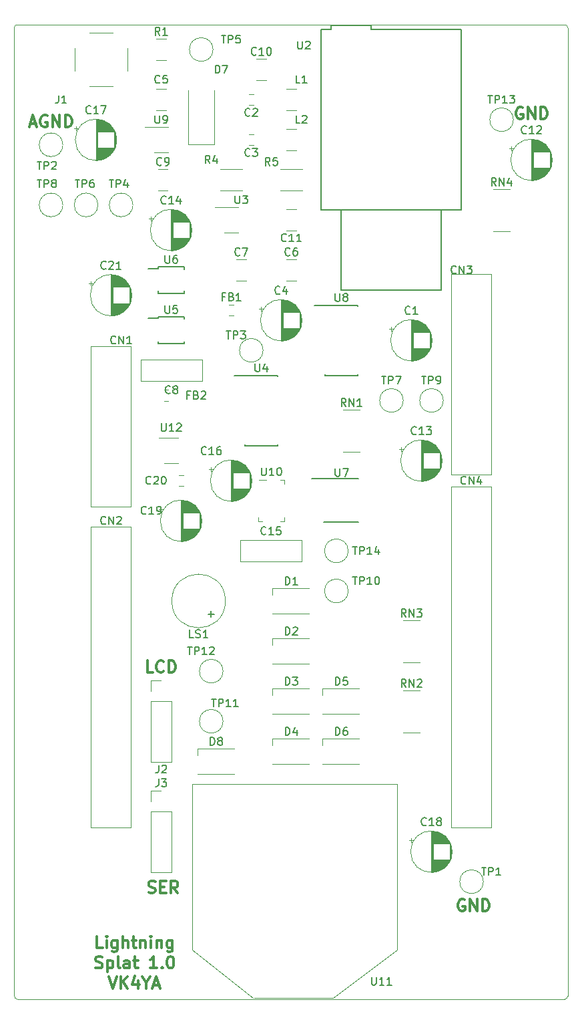
<source format=gbr>
G04 #@! TF.GenerationSoftware,KiCad,Pcbnew,(5.0.1)-3*
G04 #@! TF.CreationDate,2019-01-05T13:11:41+10:00*
G04 #@! TF.ProjectId,stmsplat1,73746D73706C6174312E6B696361645F,rev?*
G04 #@! TF.SameCoordinates,Original*
G04 #@! TF.FileFunction,Legend,Top*
G04 #@! TF.FilePolarity,Positive*
%FSLAX46Y46*%
G04 Gerber Fmt 4.6, Leading zero omitted, Abs format (unit mm)*
G04 Created by KiCad (PCBNEW (5.0.1)-3) date 05/01/2019 13:11:41*
%MOMM*%
%LPD*%
G01*
G04 APERTURE LIST*
%ADD10C,0.300000*%
%ADD11C,0.150000*%
%ADD12C,0.120000*%
G04 APERTURE END LIST*
D10*
X72056857Y-143609142D02*
X72271142Y-143680571D01*
X72628285Y-143680571D01*
X72771142Y-143609142D01*
X72842571Y-143537714D01*
X72914000Y-143394857D01*
X72914000Y-143252000D01*
X72842571Y-143109142D01*
X72771142Y-143037714D01*
X72628285Y-142966285D01*
X72342571Y-142894857D01*
X72199714Y-142823428D01*
X72128285Y-142752000D01*
X72056857Y-142609142D01*
X72056857Y-142466285D01*
X72128285Y-142323428D01*
X72199714Y-142252000D01*
X72342571Y-142180571D01*
X72699714Y-142180571D01*
X72914000Y-142252000D01*
X73556857Y-142894857D02*
X74056857Y-142894857D01*
X74271142Y-143680571D02*
X73556857Y-143680571D01*
X73556857Y-142180571D01*
X74271142Y-142180571D01*
X75771142Y-143680571D02*
X75271142Y-142966285D01*
X74914000Y-143680571D02*
X74914000Y-142180571D01*
X75485428Y-142180571D01*
X75628285Y-142252000D01*
X75699714Y-142323428D01*
X75771142Y-142466285D01*
X75771142Y-142680571D01*
X75699714Y-142823428D01*
X75628285Y-142894857D01*
X75485428Y-142966285D01*
X74914000Y-142966285D01*
X72624285Y-115740571D02*
X71910000Y-115740571D01*
X71910000Y-114240571D01*
X73981428Y-115597714D02*
X73910000Y-115669142D01*
X73695714Y-115740571D01*
X73552857Y-115740571D01*
X73338571Y-115669142D01*
X73195714Y-115526285D01*
X73124285Y-115383428D01*
X73052857Y-115097714D01*
X73052857Y-114883428D01*
X73124285Y-114597714D01*
X73195714Y-114454857D01*
X73338571Y-114312000D01*
X73552857Y-114240571D01*
X73695714Y-114240571D01*
X73910000Y-114312000D01*
X73981428Y-114383428D01*
X74624285Y-115740571D02*
X74624285Y-114240571D01*
X74981428Y-114240571D01*
X75195714Y-114312000D01*
X75338571Y-114454857D01*
X75410000Y-114597714D01*
X75481428Y-114883428D01*
X75481428Y-115097714D01*
X75410000Y-115383428D01*
X75338571Y-115526285D01*
X75195714Y-115669142D01*
X74981428Y-115740571D01*
X74624285Y-115740571D01*
X112141142Y-144538000D02*
X111998285Y-144466571D01*
X111784000Y-144466571D01*
X111569714Y-144538000D01*
X111426857Y-144680857D01*
X111355428Y-144823714D01*
X111284000Y-145109428D01*
X111284000Y-145323714D01*
X111355428Y-145609428D01*
X111426857Y-145752285D01*
X111569714Y-145895142D01*
X111784000Y-145966571D01*
X111926857Y-145966571D01*
X112141142Y-145895142D01*
X112212571Y-145823714D01*
X112212571Y-145323714D01*
X111926857Y-145323714D01*
X112855428Y-145966571D02*
X112855428Y-144466571D01*
X113712571Y-145966571D01*
X113712571Y-144466571D01*
X114426857Y-145966571D02*
X114426857Y-144466571D01*
X114784000Y-144466571D01*
X114998285Y-144538000D01*
X115141142Y-144680857D01*
X115212571Y-144823714D01*
X115284000Y-145109428D01*
X115284000Y-145323714D01*
X115212571Y-145609428D01*
X115141142Y-145752285D01*
X114998285Y-145895142D01*
X114784000Y-145966571D01*
X114426857Y-145966571D01*
X57047142Y-46224000D02*
X57761428Y-46224000D01*
X56904285Y-46652571D02*
X57404285Y-45152571D01*
X57904285Y-46652571D01*
X59190000Y-45224000D02*
X59047142Y-45152571D01*
X58832857Y-45152571D01*
X58618571Y-45224000D01*
X58475714Y-45366857D01*
X58404285Y-45509714D01*
X58332857Y-45795428D01*
X58332857Y-46009714D01*
X58404285Y-46295428D01*
X58475714Y-46438285D01*
X58618571Y-46581142D01*
X58832857Y-46652571D01*
X58975714Y-46652571D01*
X59190000Y-46581142D01*
X59261428Y-46509714D01*
X59261428Y-46009714D01*
X58975714Y-46009714D01*
X59904285Y-46652571D02*
X59904285Y-45152571D01*
X60761428Y-46652571D01*
X60761428Y-45152571D01*
X61475714Y-46652571D02*
X61475714Y-45152571D01*
X61832857Y-45152571D01*
X62047142Y-45224000D01*
X62190000Y-45366857D01*
X62261428Y-45509714D01*
X62332857Y-45795428D01*
X62332857Y-46009714D01*
X62261428Y-46295428D01*
X62190000Y-46438285D01*
X62047142Y-46581142D01*
X61832857Y-46652571D01*
X61475714Y-46652571D01*
X119507142Y-44208000D02*
X119364285Y-44136571D01*
X119150000Y-44136571D01*
X118935714Y-44208000D01*
X118792857Y-44350857D01*
X118721428Y-44493714D01*
X118650000Y-44779428D01*
X118650000Y-44993714D01*
X118721428Y-45279428D01*
X118792857Y-45422285D01*
X118935714Y-45565142D01*
X119150000Y-45636571D01*
X119292857Y-45636571D01*
X119507142Y-45565142D01*
X119578571Y-45493714D01*
X119578571Y-44993714D01*
X119292857Y-44993714D01*
X120221428Y-45636571D02*
X120221428Y-44136571D01*
X121078571Y-45636571D01*
X121078571Y-44136571D01*
X121792857Y-45636571D02*
X121792857Y-44136571D01*
X122150000Y-44136571D01*
X122364285Y-44208000D01*
X122507142Y-44350857D01*
X122578571Y-44493714D01*
X122650000Y-44779428D01*
X122650000Y-44993714D01*
X122578571Y-45279428D01*
X122507142Y-45422285D01*
X122364285Y-45565142D01*
X122150000Y-45636571D01*
X121792857Y-45636571D01*
X66235771Y-150642871D02*
X65521485Y-150642871D01*
X65521485Y-149142871D01*
X66735771Y-150642871D02*
X66735771Y-149642871D01*
X66735771Y-149142871D02*
X66664342Y-149214300D01*
X66735771Y-149285728D01*
X66807200Y-149214300D01*
X66735771Y-149142871D01*
X66735771Y-149285728D01*
X68092914Y-149642871D02*
X68092914Y-150857157D01*
X68021485Y-151000014D01*
X67950057Y-151071442D01*
X67807200Y-151142871D01*
X67592914Y-151142871D01*
X67450057Y-151071442D01*
X68092914Y-150571442D02*
X67950057Y-150642871D01*
X67664342Y-150642871D01*
X67521485Y-150571442D01*
X67450057Y-150500014D01*
X67378628Y-150357157D01*
X67378628Y-149928585D01*
X67450057Y-149785728D01*
X67521485Y-149714300D01*
X67664342Y-149642871D01*
X67950057Y-149642871D01*
X68092914Y-149714300D01*
X68807200Y-150642871D02*
X68807200Y-149142871D01*
X69450057Y-150642871D02*
X69450057Y-149857157D01*
X69378628Y-149714300D01*
X69235771Y-149642871D01*
X69021485Y-149642871D01*
X68878628Y-149714300D01*
X68807200Y-149785728D01*
X69950057Y-149642871D02*
X70521485Y-149642871D01*
X70164342Y-149142871D02*
X70164342Y-150428585D01*
X70235771Y-150571442D01*
X70378628Y-150642871D01*
X70521485Y-150642871D01*
X71021485Y-149642871D02*
X71021485Y-150642871D01*
X71021485Y-149785728D02*
X71092914Y-149714300D01*
X71235771Y-149642871D01*
X71450057Y-149642871D01*
X71592914Y-149714300D01*
X71664342Y-149857157D01*
X71664342Y-150642871D01*
X72378628Y-150642871D02*
X72378628Y-149642871D01*
X72378628Y-149142871D02*
X72307200Y-149214300D01*
X72378628Y-149285728D01*
X72450057Y-149214300D01*
X72378628Y-149142871D01*
X72378628Y-149285728D01*
X73092914Y-149642871D02*
X73092914Y-150642871D01*
X73092914Y-149785728D02*
X73164342Y-149714300D01*
X73307200Y-149642871D01*
X73521485Y-149642871D01*
X73664342Y-149714300D01*
X73735771Y-149857157D01*
X73735771Y-150642871D01*
X75092914Y-149642871D02*
X75092914Y-150857157D01*
X75021485Y-151000014D01*
X74950057Y-151071442D01*
X74807200Y-151142871D01*
X74592914Y-151142871D01*
X74450057Y-151071442D01*
X75092914Y-150571442D02*
X74950057Y-150642871D01*
X74664342Y-150642871D01*
X74521485Y-150571442D01*
X74450057Y-150500014D01*
X74378628Y-150357157D01*
X74378628Y-149928585D01*
X74450057Y-149785728D01*
X74521485Y-149714300D01*
X74664342Y-149642871D01*
X74950057Y-149642871D01*
X75092914Y-149714300D01*
X65342914Y-153121442D02*
X65557200Y-153192871D01*
X65914342Y-153192871D01*
X66057200Y-153121442D01*
X66128628Y-153050014D01*
X66200057Y-152907157D01*
X66200057Y-152764300D01*
X66128628Y-152621442D01*
X66057200Y-152550014D01*
X65914342Y-152478585D01*
X65628628Y-152407157D01*
X65485771Y-152335728D01*
X65414342Y-152264300D01*
X65342914Y-152121442D01*
X65342914Y-151978585D01*
X65414342Y-151835728D01*
X65485771Y-151764300D01*
X65628628Y-151692871D01*
X65985771Y-151692871D01*
X66200057Y-151764300D01*
X66842914Y-152192871D02*
X66842914Y-153692871D01*
X66842914Y-152264300D02*
X66985771Y-152192871D01*
X67271485Y-152192871D01*
X67414342Y-152264300D01*
X67485771Y-152335728D01*
X67557200Y-152478585D01*
X67557200Y-152907157D01*
X67485771Y-153050014D01*
X67414342Y-153121442D01*
X67271485Y-153192871D01*
X66985771Y-153192871D01*
X66842914Y-153121442D01*
X68414342Y-153192871D02*
X68271485Y-153121442D01*
X68200057Y-152978585D01*
X68200057Y-151692871D01*
X69628628Y-153192871D02*
X69628628Y-152407157D01*
X69557200Y-152264300D01*
X69414342Y-152192871D01*
X69128628Y-152192871D01*
X68985771Y-152264300D01*
X69628628Y-153121442D02*
X69485771Y-153192871D01*
X69128628Y-153192871D01*
X68985771Y-153121442D01*
X68914342Y-152978585D01*
X68914342Y-152835728D01*
X68985771Y-152692871D01*
X69128628Y-152621442D01*
X69485771Y-152621442D01*
X69628628Y-152550014D01*
X70128628Y-152192871D02*
X70700057Y-152192871D01*
X70342914Y-151692871D02*
X70342914Y-152978585D01*
X70414342Y-153121442D01*
X70557200Y-153192871D01*
X70700057Y-153192871D01*
X73128628Y-153192871D02*
X72271485Y-153192871D01*
X72700057Y-153192871D02*
X72700057Y-151692871D01*
X72557200Y-151907157D01*
X72414342Y-152050014D01*
X72271485Y-152121442D01*
X73771485Y-153050014D02*
X73842914Y-153121442D01*
X73771485Y-153192871D01*
X73700057Y-153121442D01*
X73771485Y-153050014D01*
X73771485Y-153192871D01*
X74771485Y-151692871D02*
X74914342Y-151692871D01*
X75057200Y-151764300D01*
X75128628Y-151835728D01*
X75200057Y-151978585D01*
X75271485Y-152264300D01*
X75271485Y-152621442D01*
X75200057Y-152907157D01*
X75128628Y-153050014D01*
X75057200Y-153121442D01*
X74914342Y-153192871D01*
X74771485Y-153192871D01*
X74628628Y-153121442D01*
X74557200Y-153050014D01*
X74485771Y-152907157D01*
X74414342Y-152621442D01*
X74414342Y-152264300D01*
X74485771Y-151978585D01*
X74557200Y-151835728D01*
X74628628Y-151764300D01*
X74771485Y-151692871D01*
X67057200Y-154242871D02*
X67557200Y-155742871D01*
X68057200Y-154242871D01*
X68557200Y-155742871D02*
X68557200Y-154242871D01*
X69414342Y-155742871D02*
X68771485Y-154885728D01*
X69414342Y-154242871D02*
X68557200Y-155100014D01*
X70700057Y-154742871D02*
X70700057Y-155742871D01*
X70342914Y-154171442D02*
X69985771Y-155242871D01*
X70914342Y-155242871D01*
X71771485Y-155028585D02*
X71771485Y-155742871D01*
X71271485Y-154242871D02*
X71771485Y-155028585D01*
X72271485Y-154242871D01*
X72700057Y-155314300D02*
X73414342Y-155314300D01*
X72557200Y-155742871D02*
X73057200Y-154242871D01*
X73557200Y-155742871D01*
D11*
G04 #@! TO.C,U2*
X100330000Y-33782000D02*
X100330000Y-34290000D01*
X95250000Y-33782000D02*
X95250000Y-34290000D01*
X109220000Y-67310000D02*
X109220000Y-57150000D01*
X96520000Y-67310000D02*
X109220000Y-67310000D01*
X96520000Y-67310000D02*
X96520000Y-57150000D01*
X93980000Y-34290000D02*
X95250000Y-34290000D01*
X93980000Y-57150000D02*
X93980000Y-34290000D01*
X109220000Y-57150000D02*
X93980000Y-57150000D01*
X111760000Y-57150000D02*
X109220000Y-57150000D01*
X111760000Y-34290000D02*
X111760000Y-57150000D01*
X100330000Y-34290000D02*
X111760000Y-34290000D01*
X95290000Y-33782000D02*
X100290000Y-33782000D01*
D12*
G04 #@! TO.C,U11*
X95504000Y-156972000D02*
X103600000Y-150860000D01*
X77600000Y-150860000D02*
X85344000Y-156972000D01*
X103600000Y-150860000D02*
X103600000Y-129860000D01*
X103600000Y-129860000D02*
X77600000Y-129860000D01*
X77600000Y-129860000D02*
X77600000Y-150860000D01*
X85504000Y-156972000D02*
X95504000Y-156972000D01*
G04 #@! TO.C,U9*
X72760000Y-49870000D02*
X74560000Y-49870000D01*
X74560000Y-46650000D02*
X71610000Y-46650000D01*
G04 #@! TO.C,U1*
X100041001Y-33675001D02*
X124835001Y-33675001D01*
X92675344Y-157115001D02*
X55435001Y-157115001D01*
X55035001Y-34075001D02*
X55035001Y-156715001D01*
X100025001Y-33675001D02*
X55435001Y-33675001D01*
X125235001Y-156715001D02*
X125235001Y-34075001D01*
X92436241Y-157115001D02*
X124835001Y-157115001D01*
X124835001Y-157115001D02*
G75*
G03X125235001Y-156715001I0J400000D01*
G01*
X55035001Y-156715001D02*
G75*
G03X55435001Y-157115001I400000J0D01*
G01*
X55435001Y-33675001D02*
G75*
G03X55035001Y-34075001I0J-400000D01*
G01*
X125235001Y-34075001D02*
G75*
G03X124835001Y-33675001I-400000J0D01*
G01*
G04 #@! TO.C,TP14*
X97385000Y-100330000D02*
G75*
G03X97385000Y-100330000I-1500000J0D01*
G01*
G04 #@! TO.C,C21*
X69910000Y-67945000D02*
G75*
G03X69910000Y-67945000I-2620000J0D01*
G01*
X67290000Y-65365000D02*
X67290000Y-70525000D01*
X67330000Y-65365000D02*
X67330000Y-70525000D01*
X67370000Y-65366000D02*
X67370000Y-70524000D01*
X67410000Y-65367000D02*
X67410000Y-70523000D01*
X67450000Y-65369000D02*
X67450000Y-70521000D01*
X67490000Y-65372000D02*
X67490000Y-70518000D01*
X67530000Y-65376000D02*
X67530000Y-66905000D01*
X67530000Y-68985000D02*
X67530000Y-70514000D01*
X67570000Y-65380000D02*
X67570000Y-66905000D01*
X67570000Y-68985000D02*
X67570000Y-70510000D01*
X67610000Y-65384000D02*
X67610000Y-66905000D01*
X67610000Y-68985000D02*
X67610000Y-70506000D01*
X67650000Y-65389000D02*
X67650000Y-66905000D01*
X67650000Y-68985000D02*
X67650000Y-70501000D01*
X67690000Y-65395000D02*
X67690000Y-66905000D01*
X67690000Y-68985000D02*
X67690000Y-70495000D01*
X67730000Y-65402000D02*
X67730000Y-66905000D01*
X67730000Y-68985000D02*
X67730000Y-70488000D01*
X67770000Y-65409000D02*
X67770000Y-66905000D01*
X67770000Y-68985000D02*
X67770000Y-70481000D01*
X67810000Y-65417000D02*
X67810000Y-66905000D01*
X67810000Y-68985000D02*
X67810000Y-70473000D01*
X67850000Y-65425000D02*
X67850000Y-66905000D01*
X67850000Y-68985000D02*
X67850000Y-70465000D01*
X67890000Y-65434000D02*
X67890000Y-66905000D01*
X67890000Y-68985000D02*
X67890000Y-70456000D01*
X67930000Y-65444000D02*
X67930000Y-66905000D01*
X67930000Y-68985000D02*
X67930000Y-70446000D01*
X67970000Y-65454000D02*
X67970000Y-66905000D01*
X67970000Y-68985000D02*
X67970000Y-70436000D01*
X68011000Y-65465000D02*
X68011000Y-66905000D01*
X68011000Y-68985000D02*
X68011000Y-70425000D01*
X68051000Y-65477000D02*
X68051000Y-66905000D01*
X68051000Y-68985000D02*
X68051000Y-70413000D01*
X68091000Y-65490000D02*
X68091000Y-66905000D01*
X68091000Y-68985000D02*
X68091000Y-70400000D01*
X68131000Y-65503000D02*
X68131000Y-66905000D01*
X68131000Y-68985000D02*
X68131000Y-70387000D01*
X68171000Y-65517000D02*
X68171000Y-66905000D01*
X68171000Y-68985000D02*
X68171000Y-70373000D01*
X68211000Y-65531000D02*
X68211000Y-66905000D01*
X68211000Y-68985000D02*
X68211000Y-70359000D01*
X68251000Y-65547000D02*
X68251000Y-66905000D01*
X68251000Y-68985000D02*
X68251000Y-70343000D01*
X68291000Y-65563000D02*
X68291000Y-66905000D01*
X68291000Y-68985000D02*
X68291000Y-70327000D01*
X68331000Y-65580000D02*
X68331000Y-66905000D01*
X68331000Y-68985000D02*
X68331000Y-70310000D01*
X68371000Y-65597000D02*
X68371000Y-66905000D01*
X68371000Y-68985000D02*
X68371000Y-70293000D01*
X68411000Y-65616000D02*
X68411000Y-66905000D01*
X68411000Y-68985000D02*
X68411000Y-70274000D01*
X68451000Y-65635000D02*
X68451000Y-66905000D01*
X68451000Y-68985000D02*
X68451000Y-70255000D01*
X68491000Y-65655000D02*
X68491000Y-66905000D01*
X68491000Y-68985000D02*
X68491000Y-70235000D01*
X68531000Y-65677000D02*
X68531000Y-66905000D01*
X68531000Y-68985000D02*
X68531000Y-70213000D01*
X68571000Y-65698000D02*
X68571000Y-66905000D01*
X68571000Y-68985000D02*
X68571000Y-70192000D01*
X68611000Y-65721000D02*
X68611000Y-66905000D01*
X68611000Y-68985000D02*
X68611000Y-70169000D01*
X68651000Y-65745000D02*
X68651000Y-66905000D01*
X68651000Y-68985000D02*
X68651000Y-70145000D01*
X68691000Y-65770000D02*
X68691000Y-66905000D01*
X68691000Y-68985000D02*
X68691000Y-70120000D01*
X68731000Y-65796000D02*
X68731000Y-66905000D01*
X68731000Y-68985000D02*
X68731000Y-70094000D01*
X68771000Y-65823000D02*
X68771000Y-66905000D01*
X68771000Y-68985000D02*
X68771000Y-70067000D01*
X68811000Y-65850000D02*
X68811000Y-66905000D01*
X68811000Y-68985000D02*
X68811000Y-70040000D01*
X68851000Y-65880000D02*
X68851000Y-66905000D01*
X68851000Y-68985000D02*
X68851000Y-70010000D01*
X68891000Y-65910000D02*
X68891000Y-66905000D01*
X68891000Y-68985000D02*
X68891000Y-69980000D01*
X68931000Y-65941000D02*
X68931000Y-66905000D01*
X68931000Y-68985000D02*
X68931000Y-69949000D01*
X68971000Y-65974000D02*
X68971000Y-66905000D01*
X68971000Y-68985000D02*
X68971000Y-69916000D01*
X69011000Y-66008000D02*
X69011000Y-66905000D01*
X69011000Y-68985000D02*
X69011000Y-69882000D01*
X69051000Y-66044000D02*
X69051000Y-66905000D01*
X69051000Y-68985000D02*
X69051000Y-69846000D01*
X69091000Y-66081000D02*
X69091000Y-66905000D01*
X69091000Y-68985000D02*
X69091000Y-69809000D01*
X69131000Y-66119000D02*
X69131000Y-66905000D01*
X69131000Y-68985000D02*
X69131000Y-69771000D01*
X69171000Y-66160000D02*
X69171000Y-66905000D01*
X69171000Y-68985000D02*
X69171000Y-69730000D01*
X69211000Y-66202000D02*
X69211000Y-66905000D01*
X69211000Y-68985000D02*
X69211000Y-69688000D01*
X69251000Y-66246000D02*
X69251000Y-66905000D01*
X69251000Y-68985000D02*
X69251000Y-69644000D01*
X69291000Y-66292000D02*
X69291000Y-66905000D01*
X69291000Y-68985000D02*
X69291000Y-69598000D01*
X69331000Y-66340000D02*
X69331000Y-66905000D01*
X69331000Y-68985000D02*
X69331000Y-69550000D01*
X69371000Y-66391000D02*
X69371000Y-66905000D01*
X69371000Y-68985000D02*
X69371000Y-69499000D01*
X69411000Y-66445000D02*
X69411000Y-66905000D01*
X69411000Y-68985000D02*
X69411000Y-69445000D01*
X69451000Y-66502000D02*
X69451000Y-66905000D01*
X69451000Y-68985000D02*
X69451000Y-69388000D01*
X69491000Y-66562000D02*
X69491000Y-66905000D01*
X69491000Y-68985000D02*
X69491000Y-69328000D01*
X69531000Y-66626000D02*
X69531000Y-66905000D01*
X69531000Y-68985000D02*
X69531000Y-69264000D01*
X69571000Y-66694000D02*
X69571000Y-66905000D01*
X69571000Y-68985000D02*
X69571000Y-69196000D01*
X69611000Y-66767000D02*
X69611000Y-69123000D01*
X69651000Y-66847000D02*
X69651000Y-69043000D01*
X69691000Y-66934000D02*
X69691000Y-68956000D01*
X69731000Y-67030000D02*
X69731000Y-68860000D01*
X69771000Y-67140000D02*
X69771000Y-68750000D01*
X69811000Y-67268000D02*
X69811000Y-68622000D01*
X69851000Y-67427000D02*
X69851000Y-68463000D01*
X69891000Y-67661000D02*
X69891000Y-68229000D01*
X64485225Y-66470000D02*
X64985225Y-66470000D01*
X64735225Y-66220000D02*
X64735225Y-66720000D01*
D11*
G04 #@! TO.C,U5*
X73255000Y-70890000D02*
X72005000Y-70890000D01*
X73255000Y-74065000D02*
X76605000Y-74065000D01*
X73255000Y-70715000D02*
X76605000Y-70715000D01*
X73255000Y-74065000D02*
X73255000Y-73815000D01*
X76605000Y-74065000D02*
X76605000Y-73815000D01*
X76605000Y-70715000D02*
X76605000Y-70965000D01*
X73255000Y-70715000D02*
X73255000Y-70890000D01*
D12*
G04 #@! TO.C,J3*
X72330000Y-141030000D02*
X74990000Y-141030000D01*
X72330000Y-133350000D02*
X72330000Y-141030000D01*
X74990000Y-133350000D02*
X74990000Y-141030000D01*
X72330000Y-133350000D02*
X74990000Y-133350000D01*
X72330000Y-132080000D02*
X72330000Y-130750000D01*
X72330000Y-130750000D02*
X73660000Y-130750000D01*
G04 #@! TO.C,R1*
X73057936Y-35470000D02*
X74262064Y-35470000D01*
X73057936Y-38190000D02*
X74262064Y-38190000D01*
G04 #@! TO.C,R4*
X83952064Y-51980000D02*
X81147936Y-51980000D01*
X83952064Y-54700000D02*
X81147936Y-54700000D01*
G04 #@! TO.C,R5*
X88767936Y-51980000D02*
X91572064Y-51980000D01*
X88767936Y-54700000D02*
X91572064Y-54700000D01*
G04 #@! TO.C,C20*
X76461252Y-92150000D02*
X75938748Y-92150000D01*
X76461252Y-90730000D02*
X75938748Y-90730000D01*
G04 #@! TO.C,U12*
X74030000Y-89240000D02*
X75830000Y-89240000D01*
X75830000Y-86020000D02*
X73380000Y-86020000D01*
G04 #@! TO.C,TP7*
X104370000Y-81280000D02*
G75*
G03X104370000Y-81280000I-1500000J0D01*
G01*
G04 #@! TO.C,LS1*
X81810000Y-106680000D02*
G75*
G03X81810000Y-106680000I-3400000J0D01*
G01*
G04 #@! TO.C,C19*
X78800000Y-96520000D02*
G75*
G03X78800000Y-96520000I-2620000J0D01*
G01*
X76180000Y-93940000D02*
X76180000Y-99100000D01*
X76220000Y-93940000D02*
X76220000Y-99100000D01*
X76260000Y-93941000D02*
X76260000Y-99099000D01*
X76300000Y-93942000D02*
X76300000Y-99098000D01*
X76340000Y-93944000D02*
X76340000Y-99096000D01*
X76380000Y-93947000D02*
X76380000Y-99093000D01*
X76420000Y-93951000D02*
X76420000Y-95480000D01*
X76420000Y-97560000D02*
X76420000Y-99089000D01*
X76460000Y-93955000D02*
X76460000Y-95480000D01*
X76460000Y-97560000D02*
X76460000Y-99085000D01*
X76500000Y-93959000D02*
X76500000Y-95480000D01*
X76500000Y-97560000D02*
X76500000Y-99081000D01*
X76540000Y-93964000D02*
X76540000Y-95480000D01*
X76540000Y-97560000D02*
X76540000Y-99076000D01*
X76580000Y-93970000D02*
X76580000Y-95480000D01*
X76580000Y-97560000D02*
X76580000Y-99070000D01*
X76620000Y-93977000D02*
X76620000Y-95480000D01*
X76620000Y-97560000D02*
X76620000Y-99063000D01*
X76660000Y-93984000D02*
X76660000Y-95480000D01*
X76660000Y-97560000D02*
X76660000Y-99056000D01*
X76700000Y-93992000D02*
X76700000Y-95480000D01*
X76700000Y-97560000D02*
X76700000Y-99048000D01*
X76740000Y-94000000D02*
X76740000Y-95480000D01*
X76740000Y-97560000D02*
X76740000Y-99040000D01*
X76780000Y-94009000D02*
X76780000Y-95480000D01*
X76780000Y-97560000D02*
X76780000Y-99031000D01*
X76820000Y-94019000D02*
X76820000Y-95480000D01*
X76820000Y-97560000D02*
X76820000Y-99021000D01*
X76860000Y-94029000D02*
X76860000Y-95480000D01*
X76860000Y-97560000D02*
X76860000Y-99011000D01*
X76901000Y-94040000D02*
X76901000Y-95480000D01*
X76901000Y-97560000D02*
X76901000Y-99000000D01*
X76941000Y-94052000D02*
X76941000Y-95480000D01*
X76941000Y-97560000D02*
X76941000Y-98988000D01*
X76981000Y-94065000D02*
X76981000Y-95480000D01*
X76981000Y-97560000D02*
X76981000Y-98975000D01*
X77021000Y-94078000D02*
X77021000Y-95480000D01*
X77021000Y-97560000D02*
X77021000Y-98962000D01*
X77061000Y-94092000D02*
X77061000Y-95480000D01*
X77061000Y-97560000D02*
X77061000Y-98948000D01*
X77101000Y-94106000D02*
X77101000Y-95480000D01*
X77101000Y-97560000D02*
X77101000Y-98934000D01*
X77141000Y-94122000D02*
X77141000Y-95480000D01*
X77141000Y-97560000D02*
X77141000Y-98918000D01*
X77181000Y-94138000D02*
X77181000Y-95480000D01*
X77181000Y-97560000D02*
X77181000Y-98902000D01*
X77221000Y-94155000D02*
X77221000Y-95480000D01*
X77221000Y-97560000D02*
X77221000Y-98885000D01*
X77261000Y-94172000D02*
X77261000Y-95480000D01*
X77261000Y-97560000D02*
X77261000Y-98868000D01*
X77301000Y-94191000D02*
X77301000Y-95480000D01*
X77301000Y-97560000D02*
X77301000Y-98849000D01*
X77341000Y-94210000D02*
X77341000Y-95480000D01*
X77341000Y-97560000D02*
X77341000Y-98830000D01*
X77381000Y-94230000D02*
X77381000Y-95480000D01*
X77381000Y-97560000D02*
X77381000Y-98810000D01*
X77421000Y-94252000D02*
X77421000Y-95480000D01*
X77421000Y-97560000D02*
X77421000Y-98788000D01*
X77461000Y-94273000D02*
X77461000Y-95480000D01*
X77461000Y-97560000D02*
X77461000Y-98767000D01*
X77501000Y-94296000D02*
X77501000Y-95480000D01*
X77501000Y-97560000D02*
X77501000Y-98744000D01*
X77541000Y-94320000D02*
X77541000Y-95480000D01*
X77541000Y-97560000D02*
X77541000Y-98720000D01*
X77581000Y-94345000D02*
X77581000Y-95480000D01*
X77581000Y-97560000D02*
X77581000Y-98695000D01*
X77621000Y-94371000D02*
X77621000Y-95480000D01*
X77621000Y-97560000D02*
X77621000Y-98669000D01*
X77661000Y-94398000D02*
X77661000Y-95480000D01*
X77661000Y-97560000D02*
X77661000Y-98642000D01*
X77701000Y-94425000D02*
X77701000Y-95480000D01*
X77701000Y-97560000D02*
X77701000Y-98615000D01*
X77741000Y-94455000D02*
X77741000Y-95480000D01*
X77741000Y-97560000D02*
X77741000Y-98585000D01*
X77781000Y-94485000D02*
X77781000Y-95480000D01*
X77781000Y-97560000D02*
X77781000Y-98555000D01*
X77821000Y-94516000D02*
X77821000Y-95480000D01*
X77821000Y-97560000D02*
X77821000Y-98524000D01*
X77861000Y-94549000D02*
X77861000Y-95480000D01*
X77861000Y-97560000D02*
X77861000Y-98491000D01*
X77901000Y-94583000D02*
X77901000Y-95480000D01*
X77901000Y-97560000D02*
X77901000Y-98457000D01*
X77941000Y-94619000D02*
X77941000Y-95480000D01*
X77941000Y-97560000D02*
X77941000Y-98421000D01*
X77981000Y-94656000D02*
X77981000Y-95480000D01*
X77981000Y-97560000D02*
X77981000Y-98384000D01*
X78021000Y-94694000D02*
X78021000Y-95480000D01*
X78021000Y-97560000D02*
X78021000Y-98346000D01*
X78061000Y-94735000D02*
X78061000Y-95480000D01*
X78061000Y-97560000D02*
X78061000Y-98305000D01*
X78101000Y-94777000D02*
X78101000Y-95480000D01*
X78101000Y-97560000D02*
X78101000Y-98263000D01*
X78141000Y-94821000D02*
X78141000Y-95480000D01*
X78141000Y-97560000D02*
X78141000Y-98219000D01*
X78181000Y-94867000D02*
X78181000Y-95480000D01*
X78181000Y-97560000D02*
X78181000Y-98173000D01*
X78221000Y-94915000D02*
X78221000Y-95480000D01*
X78221000Y-97560000D02*
X78221000Y-98125000D01*
X78261000Y-94966000D02*
X78261000Y-95480000D01*
X78261000Y-97560000D02*
X78261000Y-98074000D01*
X78301000Y-95020000D02*
X78301000Y-95480000D01*
X78301000Y-97560000D02*
X78301000Y-98020000D01*
X78341000Y-95077000D02*
X78341000Y-95480000D01*
X78341000Y-97560000D02*
X78341000Y-97963000D01*
X78381000Y-95137000D02*
X78381000Y-95480000D01*
X78381000Y-97560000D02*
X78381000Y-97903000D01*
X78421000Y-95201000D02*
X78421000Y-95480000D01*
X78421000Y-97560000D02*
X78421000Y-97839000D01*
X78461000Y-95269000D02*
X78461000Y-95480000D01*
X78461000Y-97560000D02*
X78461000Y-97771000D01*
X78501000Y-95342000D02*
X78501000Y-97698000D01*
X78541000Y-95422000D02*
X78541000Y-97618000D01*
X78581000Y-95509000D02*
X78581000Y-97531000D01*
X78621000Y-95605000D02*
X78621000Y-97435000D01*
X78661000Y-95715000D02*
X78661000Y-97325000D01*
X78701000Y-95843000D02*
X78701000Y-97197000D01*
X78741000Y-96002000D02*
X78741000Y-97038000D01*
X78781000Y-96236000D02*
X78781000Y-96804000D01*
X73375225Y-95045000D02*
X73875225Y-95045000D01*
X73625225Y-94795000D02*
X73625225Y-95295000D01*
G04 #@! TO.C,RN4*
X117890000Y-59820000D02*
X115790000Y-59820000D01*
X117890000Y-54480000D02*
X115790000Y-54480000D01*
G04 #@! TO.C,TP1*
X114530000Y-142240000D02*
G75*
G03X114530000Y-142240000I-1500000J0D01*
G01*
G04 #@! TO.C,TP2*
X61190000Y-48895000D02*
G75*
G03X61190000Y-48895000I-1500000J0D01*
G01*
G04 #@! TO.C,D8*
X82895000Y-128600000D02*
X78245000Y-128600000D01*
X82895000Y-125400000D02*
X78245000Y-125400000D01*
X78245000Y-125400000D02*
X78245000Y-126200000D01*
G04 #@! TO.C,D7*
X77090000Y-48850000D02*
X80390000Y-48850000D01*
X80390000Y-48850000D02*
X80390000Y-41950000D01*
X77090000Y-48850000D02*
X77090000Y-41950000D01*
G04 #@! TO.C,D1*
X92420000Y-108280000D02*
X87770000Y-108280000D01*
X92420000Y-105080000D02*
X87770000Y-105080000D01*
X87770000Y-105080000D02*
X87770000Y-105880000D01*
G04 #@! TO.C,C18*
X110550000Y-138430000D02*
G75*
G03X110550000Y-138430000I-2620000J0D01*
G01*
X107930000Y-135850000D02*
X107930000Y-141010000D01*
X107970000Y-135850000D02*
X107970000Y-141010000D01*
X108010000Y-135851000D02*
X108010000Y-141009000D01*
X108050000Y-135852000D02*
X108050000Y-141008000D01*
X108090000Y-135854000D02*
X108090000Y-141006000D01*
X108130000Y-135857000D02*
X108130000Y-141003000D01*
X108170000Y-135861000D02*
X108170000Y-137390000D01*
X108170000Y-139470000D02*
X108170000Y-140999000D01*
X108210000Y-135865000D02*
X108210000Y-137390000D01*
X108210000Y-139470000D02*
X108210000Y-140995000D01*
X108250000Y-135869000D02*
X108250000Y-137390000D01*
X108250000Y-139470000D02*
X108250000Y-140991000D01*
X108290000Y-135874000D02*
X108290000Y-137390000D01*
X108290000Y-139470000D02*
X108290000Y-140986000D01*
X108330000Y-135880000D02*
X108330000Y-137390000D01*
X108330000Y-139470000D02*
X108330000Y-140980000D01*
X108370000Y-135887000D02*
X108370000Y-137390000D01*
X108370000Y-139470000D02*
X108370000Y-140973000D01*
X108410000Y-135894000D02*
X108410000Y-137390000D01*
X108410000Y-139470000D02*
X108410000Y-140966000D01*
X108450000Y-135902000D02*
X108450000Y-137390000D01*
X108450000Y-139470000D02*
X108450000Y-140958000D01*
X108490000Y-135910000D02*
X108490000Y-137390000D01*
X108490000Y-139470000D02*
X108490000Y-140950000D01*
X108530000Y-135919000D02*
X108530000Y-137390000D01*
X108530000Y-139470000D02*
X108530000Y-140941000D01*
X108570000Y-135929000D02*
X108570000Y-137390000D01*
X108570000Y-139470000D02*
X108570000Y-140931000D01*
X108610000Y-135939000D02*
X108610000Y-137390000D01*
X108610000Y-139470000D02*
X108610000Y-140921000D01*
X108651000Y-135950000D02*
X108651000Y-137390000D01*
X108651000Y-139470000D02*
X108651000Y-140910000D01*
X108691000Y-135962000D02*
X108691000Y-137390000D01*
X108691000Y-139470000D02*
X108691000Y-140898000D01*
X108731000Y-135975000D02*
X108731000Y-137390000D01*
X108731000Y-139470000D02*
X108731000Y-140885000D01*
X108771000Y-135988000D02*
X108771000Y-137390000D01*
X108771000Y-139470000D02*
X108771000Y-140872000D01*
X108811000Y-136002000D02*
X108811000Y-137390000D01*
X108811000Y-139470000D02*
X108811000Y-140858000D01*
X108851000Y-136016000D02*
X108851000Y-137390000D01*
X108851000Y-139470000D02*
X108851000Y-140844000D01*
X108891000Y-136032000D02*
X108891000Y-137390000D01*
X108891000Y-139470000D02*
X108891000Y-140828000D01*
X108931000Y-136048000D02*
X108931000Y-137390000D01*
X108931000Y-139470000D02*
X108931000Y-140812000D01*
X108971000Y-136065000D02*
X108971000Y-137390000D01*
X108971000Y-139470000D02*
X108971000Y-140795000D01*
X109011000Y-136082000D02*
X109011000Y-137390000D01*
X109011000Y-139470000D02*
X109011000Y-140778000D01*
X109051000Y-136101000D02*
X109051000Y-137390000D01*
X109051000Y-139470000D02*
X109051000Y-140759000D01*
X109091000Y-136120000D02*
X109091000Y-137390000D01*
X109091000Y-139470000D02*
X109091000Y-140740000D01*
X109131000Y-136140000D02*
X109131000Y-137390000D01*
X109131000Y-139470000D02*
X109131000Y-140720000D01*
X109171000Y-136162000D02*
X109171000Y-137390000D01*
X109171000Y-139470000D02*
X109171000Y-140698000D01*
X109211000Y-136183000D02*
X109211000Y-137390000D01*
X109211000Y-139470000D02*
X109211000Y-140677000D01*
X109251000Y-136206000D02*
X109251000Y-137390000D01*
X109251000Y-139470000D02*
X109251000Y-140654000D01*
X109291000Y-136230000D02*
X109291000Y-137390000D01*
X109291000Y-139470000D02*
X109291000Y-140630000D01*
X109331000Y-136255000D02*
X109331000Y-137390000D01*
X109331000Y-139470000D02*
X109331000Y-140605000D01*
X109371000Y-136281000D02*
X109371000Y-137390000D01*
X109371000Y-139470000D02*
X109371000Y-140579000D01*
X109411000Y-136308000D02*
X109411000Y-137390000D01*
X109411000Y-139470000D02*
X109411000Y-140552000D01*
X109451000Y-136335000D02*
X109451000Y-137390000D01*
X109451000Y-139470000D02*
X109451000Y-140525000D01*
X109491000Y-136365000D02*
X109491000Y-137390000D01*
X109491000Y-139470000D02*
X109491000Y-140495000D01*
X109531000Y-136395000D02*
X109531000Y-137390000D01*
X109531000Y-139470000D02*
X109531000Y-140465000D01*
X109571000Y-136426000D02*
X109571000Y-137390000D01*
X109571000Y-139470000D02*
X109571000Y-140434000D01*
X109611000Y-136459000D02*
X109611000Y-137390000D01*
X109611000Y-139470000D02*
X109611000Y-140401000D01*
X109651000Y-136493000D02*
X109651000Y-137390000D01*
X109651000Y-139470000D02*
X109651000Y-140367000D01*
X109691000Y-136529000D02*
X109691000Y-137390000D01*
X109691000Y-139470000D02*
X109691000Y-140331000D01*
X109731000Y-136566000D02*
X109731000Y-137390000D01*
X109731000Y-139470000D02*
X109731000Y-140294000D01*
X109771000Y-136604000D02*
X109771000Y-137390000D01*
X109771000Y-139470000D02*
X109771000Y-140256000D01*
X109811000Y-136645000D02*
X109811000Y-137390000D01*
X109811000Y-139470000D02*
X109811000Y-140215000D01*
X109851000Y-136687000D02*
X109851000Y-137390000D01*
X109851000Y-139470000D02*
X109851000Y-140173000D01*
X109891000Y-136731000D02*
X109891000Y-137390000D01*
X109891000Y-139470000D02*
X109891000Y-140129000D01*
X109931000Y-136777000D02*
X109931000Y-137390000D01*
X109931000Y-139470000D02*
X109931000Y-140083000D01*
X109971000Y-136825000D02*
X109971000Y-137390000D01*
X109971000Y-139470000D02*
X109971000Y-140035000D01*
X110011000Y-136876000D02*
X110011000Y-137390000D01*
X110011000Y-139470000D02*
X110011000Y-139984000D01*
X110051000Y-136930000D02*
X110051000Y-137390000D01*
X110051000Y-139470000D02*
X110051000Y-139930000D01*
X110091000Y-136987000D02*
X110091000Y-137390000D01*
X110091000Y-139470000D02*
X110091000Y-139873000D01*
X110131000Y-137047000D02*
X110131000Y-137390000D01*
X110131000Y-139470000D02*
X110131000Y-139813000D01*
X110171000Y-137111000D02*
X110171000Y-137390000D01*
X110171000Y-139470000D02*
X110171000Y-139749000D01*
X110211000Y-137179000D02*
X110211000Y-137390000D01*
X110211000Y-139470000D02*
X110211000Y-139681000D01*
X110251000Y-137252000D02*
X110251000Y-139608000D01*
X110291000Y-137332000D02*
X110291000Y-139528000D01*
X110331000Y-137419000D02*
X110331000Y-139441000D01*
X110371000Y-137515000D02*
X110371000Y-139345000D01*
X110411000Y-137625000D02*
X110411000Y-139235000D01*
X110451000Y-137753000D02*
X110451000Y-139107000D01*
X110491000Y-137912000D02*
X110491000Y-138948000D01*
X110531000Y-138146000D02*
X110531000Y-138714000D01*
X105125225Y-136955000D02*
X105625225Y-136955000D01*
X105375225Y-136705000D02*
X105375225Y-137205000D01*
G04 #@! TO.C,C16*
X79975225Y-89715000D02*
X79975225Y-90215000D01*
X79725225Y-89965000D02*
X80225225Y-89965000D01*
X85131000Y-91156000D02*
X85131000Y-91724000D01*
X85091000Y-90922000D02*
X85091000Y-91958000D01*
X85051000Y-90763000D02*
X85051000Y-92117000D01*
X85011000Y-90635000D02*
X85011000Y-92245000D01*
X84971000Y-90525000D02*
X84971000Y-92355000D01*
X84931000Y-90429000D02*
X84931000Y-92451000D01*
X84891000Y-90342000D02*
X84891000Y-92538000D01*
X84851000Y-90262000D02*
X84851000Y-92618000D01*
X84811000Y-92480000D02*
X84811000Y-92691000D01*
X84811000Y-90189000D02*
X84811000Y-90400000D01*
X84771000Y-92480000D02*
X84771000Y-92759000D01*
X84771000Y-90121000D02*
X84771000Y-90400000D01*
X84731000Y-92480000D02*
X84731000Y-92823000D01*
X84731000Y-90057000D02*
X84731000Y-90400000D01*
X84691000Y-92480000D02*
X84691000Y-92883000D01*
X84691000Y-89997000D02*
X84691000Y-90400000D01*
X84651000Y-92480000D02*
X84651000Y-92940000D01*
X84651000Y-89940000D02*
X84651000Y-90400000D01*
X84611000Y-92480000D02*
X84611000Y-92994000D01*
X84611000Y-89886000D02*
X84611000Y-90400000D01*
X84571000Y-92480000D02*
X84571000Y-93045000D01*
X84571000Y-89835000D02*
X84571000Y-90400000D01*
X84531000Y-92480000D02*
X84531000Y-93093000D01*
X84531000Y-89787000D02*
X84531000Y-90400000D01*
X84491000Y-92480000D02*
X84491000Y-93139000D01*
X84491000Y-89741000D02*
X84491000Y-90400000D01*
X84451000Y-92480000D02*
X84451000Y-93183000D01*
X84451000Y-89697000D02*
X84451000Y-90400000D01*
X84411000Y-92480000D02*
X84411000Y-93225000D01*
X84411000Y-89655000D02*
X84411000Y-90400000D01*
X84371000Y-92480000D02*
X84371000Y-93266000D01*
X84371000Y-89614000D02*
X84371000Y-90400000D01*
X84331000Y-92480000D02*
X84331000Y-93304000D01*
X84331000Y-89576000D02*
X84331000Y-90400000D01*
X84291000Y-92480000D02*
X84291000Y-93341000D01*
X84291000Y-89539000D02*
X84291000Y-90400000D01*
X84251000Y-92480000D02*
X84251000Y-93377000D01*
X84251000Y-89503000D02*
X84251000Y-90400000D01*
X84211000Y-92480000D02*
X84211000Y-93411000D01*
X84211000Y-89469000D02*
X84211000Y-90400000D01*
X84171000Y-92480000D02*
X84171000Y-93444000D01*
X84171000Y-89436000D02*
X84171000Y-90400000D01*
X84131000Y-92480000D02*
X84131000Y-93475000D01*
X84131000Y-89405000D02*
X84131000Y-90400000D01*
X84091000Y-92480000D02*
X84091000Y-93505000D01*
X84091000Y-89375000D02*
X84091000Y-90400000D01*
X84051000Y-92480000D02*
X84051000Y-93535000D01*
X84051000Y-89345000D02*
X84051000Y-90400000D01*
X84011000Y-92480000D02*
X84011000Y-93562000D01*
X84011000Y-89318000D02*
X84011000Y-90400000D01*
X83971000Y-92480000D02*
X83971000Y-93589000D01*
X83971000Y-89291000D02*
X83971000Y-90400000D01*
X83931000Y-92480000D02*
X83931000Y-93615000D01*
X83931000Y-89265000D02*
X83931000Y-90400000D01*
X83891000Y-92480000D02*
X83891000Y-93640000D01*
X83891000Y-89240000D02*
X83891000Y-90400000D01*
X83851000Y-92480000D02*
X83851000Y-93664000D01*
X83851000Y-89216000D02*
X83851000Y-90400000D01*
X83811000Y-92480000D02*
X83811000Y-93687000D01*
X83811000Y-89193000D02*
X83811000Y-90400000D01*
X83771000Y-92480000D02*
X83771000Y-93708000D01*
X83771000Y-89172000D02*
X83771000Y-90400000D01*
X83731000Y-92480000D02*
X83731000Y-93730000D01*
X83731000Y-89150000D02*
X83731000Y-90400000D01*
X83691000Y-92480000D02*
X83691000Y-93750000D01*
X83691000Y-89130000D02*
X83691000Y-90400000D01*
X83651000Y-92480000D02*
X83651000Y-93769000D01*
X83651000Y-89111000D02*
X83651000Y-90400000D01*
X83611000Y-92480000D02*
X83611000Y-93788000D01*
X83611000Y-89092000D02*
X83611000Y-90400000D01*
X83571000Y-92480000D02*
X83571000Y-93805000D01*
X83571000Y-89075000D02*
X83571000Y-90400000D01*
X83531000Y-92480000D02*
X83531000Y-93822000D01*
X83531000Y-89058000D02*
X83531000Y-90400000D01*
X83491000Y-92480000D02*
X83491000Y-93838000D01*
X83491000Y-89042000D02*
X83491000Y-90400000D01*
X83451000Y-92480000D02*
X83451000Y-93854000D01*
X83451000Y-89026000D02*
X83451000Y-90400000D01*
X83411000Y-92480000D02*
X83411000Y-93868000D01*
X83411000Y-89012000D02*
X83411000Y-90400000D01*
X83371000Y-92480000D02*
X83371000Y-93882000D01*
X83371000Y-88998000D02*
X83371000Y-90400000D01*
X83331000Y-92480000D02*
X83331000Y-93895000D01*
X83331000Y-88985000D02*
X83331000Y-90400000D01*
X83291000Y-92480000D02*
X83291000Y-93908000D01*
X83291000Y-88972000D02*
X83291000Y-90400000D01*
X83251000Y-92480000D02*
X83251000Y-93920000D01*
X83251000Y-88960000D02*
X83251000Y-90400000D01*
X83210000Y-92480000D02*
X83210000Y-93931000D01*
X83210000Y-88949000D02*
X83210000Y-90400000D01*
X83170000Y-92480000D02*
X83170000Y-93941000D01*
X83170000Y-88939000D02*
X83170000Y-90400000D01*
X83130000Y-92480000D02*
X83130000Y-93951000D01*
X83130000Y-88929000D02*
X83130000Y-90400000D01*
X83090000Y-92480000D02*
X83090000Y-93960000D01*
X83090000Y-88920000D02*
X83090000Y-90400000D01*
X83050000Y-92480000D02*
X83050000Y-93968000D01*
X83050000Y-88912000D02*
X83050000Y-90400000D01*
X83010000Y-92480000D02*
X83010000Y-93976000D01*
X83010000Y-88904000D02*
X83010000Y-90400000D01*
X82970000Y-92480000D02*
X82970000Y-93983000D01*
X82970000Y-88897000D02*
X82970000Y-90400000D01*
X82930000Y-92480000D02*
X82930000Y-93990000D01*
X82930000Y-88890000D02*
X82930000Y-90400000D01*
X82890000Y-92480000D02*
X82890000Y-93996000D01*
X82890000Y-88884000D02*
X82890000Y-90400000D01*
X82850000Y-92480000D02*
X82850000Y-94001000D01*
X82850000Y-88879000D02*
X82850000Y-90400000D01*
X82810000Y-92480000D02*
X82810000Y-94005000D01*
X82810000Y-88875000D02*
X82810000Y-90400000D01*
X82770000Y-92480000D02*
X82770000Y-94009000D01*
X82770000Y-88871000D02*
X82770000Y-90400000D01*
X82730000Y-88867000D02*
X82730000Y-94013000D01*
X82690000Y-88864000D02*
X82690000Y-94016000D01*
X82650000Y-88862000D02*
X82650000Y-94018000D01*
X82610000Y-88861000D02*
X82610000Y-94019000D01*
X82570000Y-88860000D02*
X82570000Y-94020000D01*
X82530000Y-88860000D02*
X82530000Y-94020000D01*
X85150000Y-91440000D02*
G75*
G03X85150000Y-91440000I-2620000J0D01*
G01*
G04 #@! TO.C,C17*
X68005000Y-48260000D02*
G75*
G03X68005000Y-48260000I-2620000J0D01*
G01*
X65385000Y-45680000D02*
X65385000Y-50840000D01*
X65425000Y-45680000D02*
X65425000Y-50840000D01*
X65465000Y-45681000D02*
X65465000Y-50839000D01*
X65505000Y-45682000D02*
X65505000Y-50838000D01*
X65545000Y-45684000D02*
X65545000Y-50836000D01*
X65585000Y-45687000D02*
X65585000Y-50833000D01*
X65625000Y-45691000D02*
X65625000Y-47220000D01*
X65625000Y-49300000D02*
X65625000Y-50829000D01*
X65665000Y-45695000D02*
X65665000Y-47220000D01*
X65665000Y-49300000D02*
X65665000Y-50825000D01*
X65705000Y-45699000D02*
X65705000Y-47220000D01*
X65705000Y-49300000D02*
X65705000Y-50821000D01*
X65745000Y-45704000D02*
X65745000Y-47220000D01*
X65745000Y-49300000D02*
X65745000Y-50816000D01*
X65785000Y-45710000D02*
X65785000Y-47220000D01*
X65785000Y-49300000D02*
X65785000Y-50810000D01*
X65825000Y-45717000D02*
X65825000Y-47220000D01*
X65825000Y-49300000D02*
X65825000Y-50803000D01*
X65865000Y-45724000D02*
X65865000Y-47220000D01*
X65865000Y-49300000D02*
X65865000Y-50796000D01*
X65905000Y-45732000D02*
X65905000Y-47220000D01*
X65905000Y-49300000D02*
X65905000Y-50788000D01*
X65945000Y-45740000D02*
X65945000Y-47220000D01*
X65945000Y-49300000D02*
X65945000Y-50780000D01*
X65985000Y-45749000D02*
X65985000Y-47220000D01*
X65985000Y-49300000D02*
X65985000Y-50771000D01*
X66025000Y-45759000D02*
X66025000Y-47220000D01*
X66025000Y-49300000D02*
X66025000Y-50761000D01*
X66065000Y-45769000D02*
X66065000Y-47220000D01*
X66065000Y-49300000D02*
X66065000Y-50751000D01*
X66106000Y-45780000D02*
X66106000Y-47220000D01*
X66106000Y-49300000D02*
X66106000Y-50740000D01*
X66146000Y-45792000D02*
X66146000Y-47220000D01*
X66146000Y-49300000D02*
X66146000Y-50728000D01*
X66186000Y-45805000D02*
X66186000Y-47220000D01*
X66186000Y-49300000D02*
X66186000Y-50715000D01*
X66226000Y-45818000D02*
X66226000Y-47220000D01*
X66226000Y-49300000D02*
X66226000Y-50702000D01*
X66266000Y-45832000D02*
X66266000Y-47220000D01*
X66266000Y-49300000D02*
X66266000Y-50688000D01*
X66306000Y-45846000D02*
X66306000Y-47220000D01*
X66306000Y-49300000D02*
X66306000Y-50674000D01*
X66346000Y-45862000D02*
X66346000Y-47220000D01*
X66346000Y-49300000D02*
X66346000Y-50658000D01*
X66386000Y-45878000D02*
X66386000Y-47220000D01*
X66386000Y-49300000D02*
X66386000Y-50642000D01*
X66426000Y-45895000D02*
X66426000Y-47220000D01*
X66426000Y-49300000D02*
X66426000Y-50625000D01*
X66466000Y-45912000D02*
X66466000Y-47220000D01*
X66466000Y-49300000D02*
X66466000Y-50608000D01*
X66506000Y-45931000D02*
X66506000Y-47220000D01*
X66506000Y-49300000D02*
X66506000Y-50589000D01*
X66546000Y-45950000D02*
X66546000Y-47220000D01*
X66546000Y-49300000D02*
X66546000Y-50570000D01*
X66586000Y-45970000D02*
X66586000Y-47220000D01*
X66586000Y-49300000D02*
X66586000Y-50550000D01*
X66626000Y-45992000D02*
X66626000Y-47220000D01*
X66626000Y-49300000D02*
X66626000Y-50528000D01*
X66666000Y-46013000D02*
X66666000Y-47220000D01*
X66666000Y-49300000D02*
X66666000Y-50507000D01*
X66706000Y-46036000D02*
X66706000Y-47220000D01*
X66706000Y-49300000D02*
X66706000Y-50484000D01*
X66746000Y-46060000D02*
X66746000Y-47220000D01*
X66746000Y-49300000D02*
X66746000Y-50460000D01*
X66786000Y-46085000D02*
X66786000Y-47220000D01*
X66786000Y-49300000D02*
X66786000Y-50435000D01*
X66826000Y-46111000D02*
X66826000Y-47220000D01*
X66826000Y-49300000D02*
X66826000Y-50409000D01*
X66866000Y-46138000D02*
X66866000Y-47220000D01*
X66866000Y-49300000D02*
X66866000Y-50382000D01*
X66906000Y-46165000D02*
X66906000Y-47220000D01*
X66906000Y-49300000D02*
X66906000Y-50355000D01*
X66946000Y-46195000D02*
X66946000Y-47220000D01*
X66946000Y-49300000D02*
X66946000Y-50325000D01*
X66986000Y-46225000D02*
X66986000Y-47220000D01*
X66986000Y-49300000D02*
X66986000Y-50295000D01*
X67026000Y-46256000D02*
X67026000Y-47220000D01*
X67026000Y-49300000D02*
X67026000Y-50264000D01*
X67066000Y-46289000D02*
X67066000Y-47220000D01*
X67066000Y-49300000D02*
X67066000Y-50231000D01*
X67106000Y-46323000D02*
X67106000Y-47220000D01*
X67106000Y-49300000D02*
X67106000Y-50197000D01*
X67146000Y-46359000D02*
X67146000Y-47220000D01*
X67146000Y-49300000D02*
X67146000Y-50161000D01*
X67186000Y-46396000D02*
X67186000Y-47220000D01*
X67186000Y-49300000D02*
X67186000Y-50124000D01*
X67226000Y-46434000D02*
X67226000Y-47220000D01*
X67226000Y-49300000D02*
X67226000Y-50086000D01*
X67266000Y-46475000D02*
X67266000Y-47220000D01*
X67266000Y-49300000D02*
X67266000Y-50045000D01*
X67306000Y-46517000D02*
X67306000Y-47220000D01*
X67306000Y-49300000D02*
X67306000Y-50003000D01*
X67346000Y-46561000D02*
X67346000Y-47220000D01*
X67346000Y-49300000D02*
X67346000Y-49959000D01*
X67386000Y-46607000D02*
X67386000Y-47220000D01*
X67386000Y-49300000D02*
X67386000Y-49913000D01*
X67426000Y-46655000D02*
X67426000Y-47220000D01*
X67426000Y-49300000D02*
X67426000Y-49865000D01*
X67466000Y-46706000D02*
X67466000Y-47220000D01*
X67466000Y-49300000D02*
X67466000Y-49814000D01*
X67506000Y-46760000D02*
X67506000Y-47220000D01*
X67506000Y-49300000D02*
X67506000Y-49760000D01*
X67546000Y-46817000D02*
X67546000Y-47220000D01*
X67546000Y-49300000D02*
X67546000Y-49703000D01*
X67586000Y-46877000D02*
X67586000Y-47220000D01*
X67586000Y-49300000D02*
X67586000Y-49643000D01*
X67626000Y-46941000D02*
X67626000Y-47220000D01*
X67626000Y-49300000D02*
X67626000Y-49579000D01*
X67666000Y-47009000D02*
X67666000Y-47220000D01*
X67666000Y-49300000D02*
X67666000Y-49511000D01*
X67706000Y-47082000D02*
X67706000Y-49438000D01*
X67746000Y-47162000D02*
X67746000Y-49358000D01*
X67786000Y-47249000D02*
X67786000Y-49271000D01*
X67826000Y-47345000D02*
X67826000Y-49175000D01*
X67866000Y-47455000D02*
X67866000Y-49065000D01*
X67906000Y-47583000D02*
X67906000Y-48937000D01*
X67946000Y-47742000D02*
X67946000Y-48778000D01*
X67986000Y-47976000D02*
X67986000Y-48544000D01*
X62580225Y-46785000D02*
X63080225Y-46785000D01*
X62830225Y-46535000D02*
X62830225Y-47035000D01*
G04 #@! TO.C,C15*
X83720000Y-98960000D02*
X91460000Y-98960000D01*
X83720000Y-101700000D02*
X91460000Y-101700000D01*
X83720000Y-98960000D02*
X83720000Y-101700000D01*
X91460000Y-98960000D02*
X91460000Y-101700000D01*
G04 #@! TO.C,D2*
X87770000Y-111430000D02*
X87770000Y-112230000D01*
X92420000Y-111430000D02*
X87770000Y-111430000D01*
X92420000Y-114630000D02*
X87770000Y-114630000D01*
G04 #@! TO.C,D5*
X98770000Y-120980000D02*
X94120000Y-120980000D01*
X98770000Y-117780000D02*
X94120000Y-117780000D01*
X94120000Y-117780000D02*
X94120000Y-118580000D01*
G04 #@! TO.C,D6*
X94120000Y-124130000D02*
X94120000Y-124930000D01*
X98770000Y-124130000D02*
X94120000Y-124130000D01*
X98770000Y-127330000D02*
X94120000Y-127330000D01*
G04 #@! TO.C,RN2*
X106460000Y-117980000D02*
X104360000Y-117980000D01*
X106460000Y-123320000D02*
X104360000Y-123320000D01*
G04 #@! TO.C,RN3*
X106460000Y-114430000D02*
X104360000Y-114430000D01*
X106460000Y-109090000D02*
X104360000Y-109090000D01*
G04 #@! TO.C,J2*
X72330000Y-127060000D02*
X74990000Y-127060000D01*
X72330000Y-119380000D02*
X72330000Y-127060000D01*
X74990000Y-119380000D02*
X74990000Y-127060000D01*
X72330000Y-119380000D02*
X74990000Y-119380000D01*
X72330000Y-118110000D02*
X72330000Y-116780000D01*
X72330000Y-116780000D02*
X73660000Y-116780000D01*
G04 #@! TO.C,D4*
X87770000Y-124130000D02*
X87770000Y-124930000D01*
X92420000Y-124130000D02*
X87770000Y-124130000D01*
X92420000Y-127330000D02*
X87770000Y-127330000D01*
G04 #@! TO.C,D3*
X92420000Y-120980000D02*
X87770000Y-120980000D01*
X92420000Y-117780000D02*
X87770000Y-117780000D01*
X87770000Y-117780000D02*
X87770000Y-118580000D01*
G04 #@! TO.C,C13*
X109280000Y-88900000D02*
G75*
G03X109280000Y-88900000I-2620000J0D01*
G01*
X106660000Y-86320000D02*
X106660000Y-91480000D01*
X106700000Y-86320000D02*
X106700000Y-91480000D01*
X106740000Y-86321000D02*
X106740000Y-91479000D01*
X106780000Y-86322000D02*
X106780000Y-91478000D01*
X106820000Y-86324000D02*
X106820000Y-91476000D01*
X106860000Y-86327000D02*
X106860000Y-91473000D01*
X106900000Y-86331000D02*
X106900000Y-87860000D01*
X106900000Y-89940000D02*
X106900000Y-91469000D01*
X106940000Y-86335000D02*
X106940000Y-87860000D01*
X106940000Y-89940000D02*
X106940000Y-91465000D01*
X106980000Y-86339000D02*
X106980000Y-87860000D01*
X106980000Y-89940000D02*
X106980000Y-91461000D01*
X107020000Y-86344000D02*
X107020000Y-87860000D01*
X107020000Y-89940000D02*
X107020000Y-91456000D01*
X107060000Y-86350000D02*
X107060000Y-87860000D01*
X107060000Y-89940000D02*
X107060000Y-91450000D01*
X107100000Y-86357000D02*
X107100000Y-87860000D01*
X107100000Y-89940000D02*
X107100000Y-91443000D01*
X107140000Y-86364000D02*
X107140000Y-87860000D01*
X107140000Y-89940000D02*
X107140000Y-91436000D01*
X107180000Y-86372000D02*
X107180000Y-87860000D01*
X107180000Y-89940000D02*
X107180000Y-91428000D01*
X107220000Y-86380000D02*
X107220000Y-87860000D01*
X107220000Y-89940000D02*
X107220000Y-91420000D01*
X107260000Y-86389000D02*
X107260000Y-87860000D01*
X107260000Y-89940000D02*
X107260000Y-91411000D01*
X107300000Y-86399000D02*
X107300000Y-87860000D01*
X107300000Y-89940000D02*
X107300000Y-91401000D01*
X107340000Y-86409000D02*
X107340000Y-87860000D01*
X107340000Y-89940000D02*
X107340000Y-91391000D01*
X107381000Y-86420000D02*
X107381000Y-87860000D01*
X107381000Y-89940000D02*
X107381000Y-91380000D01*
X107421000Y-86432000D02*
X107421000Y-87860000D01*
X107421000Y-89940000D02*
X107421000Y-91368000D01*
X107461000Y-86445000D02*
X107461000Y-87860000D01*
X107461000Y-89940000D02*
X107461000Y-91355000D01*
X107501000Y-86458000D02*
X107501000Y-87860000D01*
X107501000Y-89940000D02*
X107501000Y-91342000D01*
X107541000Y-86472000D02*
X107541000Y-87860000D01*
X107541000Y-89940000D02*
X107541000Y-91328000D01*
X107581000Y-86486000D02*
X107581000Y-87860000D01*
X107581000Y-89940000D02*
X107581000Y-91314000D01*
X107621000Y-86502000D02*
X107621000Y-87860000D01*
X107621000Y-89940000D02*
X107621000Y-91298000D01*
X107661000Y-86518000D02*
X107661000Y-87860000D01*
X107661000Y-89940000D02*
X107661000Y-91282000D01*
X107701000Y-86535000D02*
X107701000Y-87860000D01*
X107701000Y-89940000D02*
X107701000Y-91265000D01*
X107741000Y-86552000D02*
X107741000Y-87860000D01*
X107741000Y-89940000D02*
X107741000Y-91248000D01*
X107781000Y-86571000D02*
X107781000Y-87860000D01*
X107781000Y-89940000D02*
X107781000Y-91229000D01*
X107821000Y-86590000D02*
X107821000Y-87860000D01*
X107821000Y-89940000D02*
X107821000Y-91210000D01*
X107861000Y-86610000D02*
X107861000Y-87860000D01*
X107861000Y-89940000D02*
X107861000Y-91190000D01*
X107901000Y-86632000D02*
X107901000Y-87860000D01*
X107901000Y-89940000D02*
X107901000Y-91168000D01*
X107941000Y-86653000D02*
X107941000Y-87860000D01*
X107941000Y-89940000D02*
X107941000Y-91147000D01*
X107981000Y-86676000D02*
X107981000Y-87860000D01*
X107981000Y-89940000D02*
X107981000Y-91124000D01*
X108021000Y-86700000D02*
X108021000Y-87860000D01*
X108021000Y-89940000D02*
X108021000Y-91100000D01*
X108061000Y-86725000D02*
X108061000Y-87860000D01*
X108061000Y-89940000D02*
X108061000Y-91075000D01*
X108101000Y-86751000D02*
X108101000Y-87860000D01*
X108101000Y-89940000D02*
X108101000Y-91049000D01*
X108141000Y-86778000D02*
X108141000Y-87860000D01*
X108141000Y-89940000D02*
X108141000Y-91022000D01*
X108181000Y-86805000D02*
X108181000Y-87860000D01*
X108181000Y-89940000D02*
X108181000Y-90995000D01*
X108221000Y-86835000D02*
X108221000Y-87860000D01*
X108221000Y-89940000D02*
X108221000Y-90965000D01*
X108261000Y-86865000D02*
X108261000Y-87860000D01*
X108261000Y-89940000D02*
X108261000Y-90935000D01*
X108301000Y-86896000D02*
X108301000Y-87860000D01*
X108301000Y-89940000D02*
X108301000Y-90904000D01*
X108341000Y-86929000D02*
X108341000Y-87860000D01*
X108341000Y-89940000D02*
X108341000Y-90871000D01*
X108381000Y-86963000D02*
X108381000Y-87860000D01*
X108381000Y-89940000D02*
X108381000Y-90837000D01*
X108421000Y-86999000D02*
X108421000Y-87860000D01*
X108421000Y-89940000D02*
X108421000Y-90801000D01*
X108461000Y-87036000D02*
X108461000Y-87860000D01*
X108461000Y-89940000D02*
X108461000Y-90764000D01*
X108501000Y-87074000D02*
X108501000Y-87860000D01*
X108501000Y-89940000D02*
X108501000Y-90726000D01*
X108541000Y-87115000D02*
X108541000Y-87860000D01*
X108541000Y-89940000D02*
X108541000Y-90685000D01*
X108581000Y-87157000D02*
X108581000Y-87860000D01*
X108581000Y-89940000D02*
X108581000Y-90643000D01*
X108621000Y-87201000D02*
X108621000Y-87860000D01*
X108621000Y-89940000D02*
X108621000Y-90599000D01*
X108661000Y-87247000D02*
X108661000Y-87860000D01*
X108661000Y-89940000D02*
X108661000Y-90553000D01*
X108701000Y-87295000D02*
X108701000Y-87860000D01*
X108701000Y-89940000D02*
X108701000Y-90505000D01*
X108741000Y-87346000D02*
X108741000Y-87860000D01*
X108741000Y-89940000D02*
X108741000Y-90454000D01*
X108781000Y-87400000D02*
X108781000Y-87860000D01*
X108781000Y-89940000D02*
X108781000Y-90400000D01*
X108821000Y-87457000D02*
X108821000Y-87860000D01*
X108821000Y-89940000D02*
X108821000Y-90343000D01*
X108861000Y-87517000D02*
X108861000Y-87860000D01*
X108861000Y-89940000D02*
X108861000Y-90283000D01*
X108901000Y-87581000D02*
X108901000Y-87860000D01*
X108901000Y-89940000D02*
X108901000Y-90219000D01*
X108941000Y-87649000D02*
X108941000Y-87860000D01*
X108941000Y-89940000D02*
X108941000Y-90151000D01*
X108981000Y-87722000D02*
X108981000Y-90078000D01*
X109021000Y-87802000D02*
X109021000Y-89998000D01*
X109061000Y-87889000D02*
X109061000Y-89911000D01*
X109101000Y-87985000D02*
X109101000Y-89815000D01*
X109141000Y-88095000D02*
X109141000Y-89705000D01*
X109181000Y-88223000D02*
X109181000Y-89577000D01*
X109221000Y-88382000D02*
X109221000Y-89418000D01*
X109261000Y-88616000D02*
X109261000Y-89184000D01*
X103855225Y-87425000D02*
X104355225Y-87425000D01*
X104105225Y-87175000D02*
X104105225Y-87675000D01*
G04 #@! TO.C,C12*
X118075225Y-49075000D02*
X118075225Y-49575000D01*
X117825225Y-49325000D02*
X118325225Y-49325000D01*
X123231000Y-50516000D02*
X123231000Y-51084000D01*
X123191000Y-50282000D02*
X123191000Y-51318000D01*
X123151000Y-50123000D02*
X123151000Y-51477000D01*
X123111000Y-49995000D02*
X123111000Y-51605000D01*
X123071000Y-49885000D02*
X123071000Y-51715000D01*
X123031000Y-49789000D02*
X123031000Y-51811000D01*
X122991000Y-49702000D02*
X122991000Y-51898000D01*
X122951000Y-49622000D02*
X122951000Y-51978000D01*
X122911000Y-51840000D02*
X122911000Y-52051000D01*
X122911000Y-49549000D02*
X122911000Y-49760000D01*
X122871000Y-51840000D02*
X122871000Y-52119000D01*
X122871000Y-49481000D02*
X122871000Y-49760000D01*
X122831000Y-51840000D02*
X122831000Y-52183000D01*
X122831000Y-49417000D02*
X122831000Y-49760000D01*
X122791000Y-51840000D02*
X122791000Y-52243000D01*
X122791000Y-49357000D02*
X122791000Y-49760000D01*
X122751000Y-51840000D02*
X122751000Y-52300000D01*
X122751000Y-49300000D02*
X122751000Y-49760000D01*
X122711000Y-51840000D02*
X122711000Y-52354000D01*
X122711000Y-49246000D02*
X122711000Y-49760000D01*
X122671000Y-51840000D02*
X122671000Y-52405000D01*
X122671000Y-49195000D02*
X122671000Y-49760000D01*
X122631000Y-51840000D02*
X122631000Y-52453000D01*
X122631000Y-49147000D02*
X122631000Y-49760000D01*
X122591000Y-51840000D02*
X122591000Y-52499000D01*
X122591000Y-49101000D02*
X122591000Y-49760000D01*
X122551000Y-51840000D02*
X122551000Y-52543000D01*
X122551000Y-49057000D02*
X122551000Y-49760000D01*
X122511000Y-51840000D02*
X122511000Y-52585000D01*
X122511000Y-49015000D02*
X122511000Y-49760000D01*
X122471000Y-51840000D02*
X122471000Y-52626000D01*
X122471000Y-48974000D02*
X122471000Y-49760000D01*
X122431000Y-51840000D02*
X122431000Y-52664000D01*
X122431000Y-48936000D02*
X122431000Y-49760000D01*
X122391000Y-51840000D02*
X122391000Y-52701000D01*
X122391000Y-48899000D02*
X122391000Y-49760000D01*
X122351000Y-51840000D02*
X122351000Y-52737000D01*
X122351000Y-48863000D02*
X122351000Y-49760000D01*
X122311000Y-51840000D02*
X122311000Y-52771000D01*
X122311000Y-48829000D02*
X122311000Y-49760000D01*
X122271000Y-51840000D02*
X122271000Y-52804000D01*
X122271000Y-48796000D02*
X122271000Y-49760000D01*
X122231000Y-51840000D02*
X122231000Y-52835000D01*
X122231000Y-48765000D02*
X122231000Y-49760000D01*
X122191000Y-51840000D02*
X122191000Y-52865000D01*
X122191000Y-48735000D02*
X122191000Y-49760000D01*
X122151000Y-51840000D02*
X122151000Y-52895000D01*
X122151000Y-48705000D02*
X122151000Y-49760000D01*
X122111000Y-51840000D02*
X122111000Y-52922000D01*
X122111000Y-48678000D02*
X122111000Y-49760000D01*
X122071000Y-51840000D02*
X122071000Y-52949000D01*
X122071000Y-48651000D02*
X122071000Y-49760000D01*
X122031000Y-51840000D02*
X122031000Y-52975000D01*
X122031000Y-48625000D02*
X122031000Y-49760000D01*
X121991000Y-51840000D02*
X121991000Y-53000000D01*
X121991000Y-48600000D02*
X121991000Y-49760000D01*
X121951000Y-51840000D02*
X121951000Y-53024000D01*
X121951000Y-48576000D02*
X121951000Y-49760000D01*
X121911000Y-51840000D02*
X121911000Y-53047000D01*
X121911000Y-48553000D02*
X121911000Y-49760000D01*
X121871000Y-51840000D02*
X121871000Y-53068000D01*
X121871000Y-48532000D02*
X121871000Y-49760000D01*
X121831000Y-51840000D02*
X121831000Y-53090000D01*
X121831000Y-48510000D02*
X121831000Y-49760000D01*
X121791000Y-51840000D02*
X121791000Y-53110000D01*
X121791000Y-48490000D02*
X121791000Y-49760000D01*
X121751000Y-51840000D02*
X121751000Y-53129000D01*
X121751000Y-48471000D02*
X121751000Y-49760000D01*
X121711000Y-51840000D02*
X121711000Y-53148000D01*
X121711000Y-48452000D02*
X121711000Y-49760000D01*
X121671000Y-51840000D02*
X121671000Y-53165000D01*
X121671000Y-48435000D02*
X121671000Y-49760000D01*
X121631000Y-51840000D02*
X121631000Y-53182000D01*
X121631000Y-48418000D02*
X121631000Y-49760000D01*
X121591000Y-51840000D02*
X121591000Y-53198000D01*
X121591000Y-48402000D02*
X121591000Y-49760000D01*
X121551000Y-51840000D02*
X121551000Y-53214000D01*
X121551000Y-48386000D02*
X121551000Y-49760000D01*
X121511000Y-51840000D02*
X121511000Y-53228000D01*
X121511000Y-48372000D02*
X121511000Y-49760000D01*
X121471000Y-51840000D02*
X121471000Y-53242000D01*
X121471000Y-48358000D02*
X121471000Y-49760000D01*
X121431000Y-51840000D02*
X121431000Y-53255000D01*
X121431000Y-48345000D02*
X121431000Y-49760000D01*
X121391000Y-51840000D02*
X121391000Y-53268000D01*
X121391000Y-48332000D02*
X121391000Y-49760000D01*
X121351000Y-51840000D02*
X121351000Y-53280000D01*
X121351000Y-48320000D02*
X121351000Y-49760000D01*
X121310000Y-51840000D02*
X121310000Y-53291000D01*
X121310000Y-48309000D02*
X121310000Y-49760000D01*
X121270000Y-51840000D02*
X121270000Y-53301000D01*
X121270000Y-48299000D02*
X121270000Y-49760000D01*
X121230000Y-51840000D02*
X121230000Y-53311000D01*
X121230000Y-48289000D02*
X121230000Y-49760000D01*
X121190000Y-51840000D02*
X121190000Y-53320000D01*
X121190000Y-48280000D02*
X121190000Y-49760000D01*
X121150000Y-51840000D02*
X121150000Y-53328000D01*
X121150000Y-48272000D02*
X121150000Y-49760000D01*
X121110000Y-51840000D02*
X121110000Y-53336000D01*
X121110000Y-48264000D02*
X121110000Y-49760000D01*
X121070000Y-51840000D02*
X121070000Y-53343000D01*
X121070000Y-48257000D02*
X121070000Y-49760000D01*
X121030000Y-51840000D02*
X121030000Y-53350000D01*
X121030000Y-48250000D02*
X121030000Y-49760000D01*
X120990000Y-51840000D02*
X120990000Y-53356000D01*
X120990000Y-48244000D02*
X120990000Y-49760000D01*
X120950000Y-51840000D02*
X120950000Y-53361000D01*
X120950000Y-48239000D02*
X120950000Y-49760000D01*
X120910000Y-51840000D02*
X120910000Y-53365000D01*
X120910000Y-48235000D02*
X120910000Y-49760000D01*
X120870000Y-51840000D02*
X120870000Y-53369000D01*
X120870000Y-48231000D02*
X120870000Y-49760000D01*
X120830000Y-48227000D02*
X120830000Y-53373000D01*
X120790000Y-48224000D02*
X120790000Y-53376000D01*
X120750000Y-48222000D02*
X120750000Y-53378000D01*
X120710000Y-48221000D02*
X120710000Y-53379000D01*
X120670000Y-48220000D02*
X120670000Y-53380000D01*
X120630000Y-48220000D02*
X120630000Y-53380000D01*
X123250000Y-50800000D02*
G75*
G03X123250000Y-50800000I-2620000J0D01*
G01*
G04 #@! TO.C,C14*
X77530000Y-59690000D02*
G75*
G03X77530000Y-59690000I-2620000J0D01*
G01*
X74910000Y-57110000D02*
X74910000Y-62270000D01*
X74950000Y-57110000D02*
X74950000Y-62270000D01*
X74990000Y-57111000D02*
X74990000Y-62269000D01*
X75030000Y-57112000D02*
X75030000Y-62268000D01*
X75070000Y-57114000D02*
X75070000Y-62266000D01*
X75110000Y-57117000D02*
X75110000Y-62263000D01*
X75150000Y-57121000D02*
X75150000Y-58650000D01*
X75150000Y-60730000D02*
X75150000Y-62259000D01*
X75190000Y-57125000D02*
X75190000Y-58650000D01*
X75190000Y-60730000D02*
X75190000Y-62255000D01*
X75230000Y-57129000D02*
X75230000Y-58650000D01*
X75230000Y-60730000D02*
X75230000Y-62251000D01*
X75270000Y-57134000D02*
X75270000Y-58650000D01*
X75270000Y-60730000D02*
X75270000Y-62246000D01*
X75310000Y-57140000D02*
X75310000Y-58650000D01*
X75310000Y-60730000D02*
X75310000Y-62240000D01*
X75350000Y-57147000D02*
X75350000Y-58650000D01*
X75350000Y-60730000D02*
X75350000Y-62233000D01*
X75390000Y-57154000D02*
X75390000Y-58650000D01*
X75390000Y-60730000D02*
X75390000Y-62226000D01*
X75430000Y-57162000D02*
X75430000Y-58650000D01*
X75430000Y-60730000D02*
X75430000Y-62218000D01*
X75470000Y-57170000D02*
X75470000Y-58650000D01*
X75470000Y-60730000D02*
X75470000Y-62210000D01*
X75510000Y-57179000D02*
X75510000Y-58650000D01*
X75510000Y-60730000D02*
X75510000Y-62201000D01*
X75550000Y-57189000D02*
X75550000Y-58650000D01*
X75550000Y-60730000D02*
X75550000Y-62191000D01*
X75590000Y-57199000D02*
X75590000Y-58650000D01*
X75590000Y-60730000D02*
X75590000Y-62181000D01*
X75631000Y-57210000D02*
X75631000Y-58650000D01*
X75631000Y-60730000D02*
X75631000Y-62170000D01*
X75671000Y-57222000D02*
X75671000Y-58650000D01*
X75671000Y-60730000D02*
X75671000Y-62158000D01*
X75711000Y-57235000D02*
X75711000Y-58650000D01*
X75711000Y-60730000D02*
X75711000Y-62145000D01*
X75751000Y-57248000D02*
X75751000Y-58650000D01*
X75751000Y-60730000D02*
X75751000Y-62132000D01*
X75791000Y-57262000D02*
X75791000Y-58650000D01*
X75791000Y-60730000D02*
X75791000Y-62118000D01*
X75831000Y-57276000D02*
X75831000Y-58650000D01*
X75831000Y-60730000D02*
X75831000Y-62104000D01*
X75871000Y-57292000D02*
X75871000Y-58650000D01*
X75871000Y-60730000D02*
X75871000Y-62088000D01*
X75911000Y-57308000D02*
X75911000Y-58650000D01*
X75911000Y-60730000D02*
X75911000Y-62072000D01*
X75951000Y-57325000D02*
X75951000Y-58650000D01*
X75951000Y-60730000D02*
X75951000Y-62055000D01*
X75991000Y-57342000D02*
X75991000Y-58650000D01*
X75991000Y-60730000D02*
X75991000Y-62038000D01*
X76031000Y-57361000D02*
X76031000Y-58650000D01*
X76031000Y-60730000D02*
X76031000Y-62019000D01*
X76071000Y-57380000D02*
X76071000Y-58650000D01*
X76071000Y-60730000D02*
X76071000Y-62000000D01*
X76111000Y-57400000D02*
X76111000Y-58650000D01*
X76111000Y-60730000D02*
X76111000Y-61980000D01*
X76151000Y-57422000D02*
X76151000Y-58650000D01*
X76151000Y-60730000D02*
X76151000Y-61958000D01*
X76191000Y-57443000D02*
X76191000Y-58650000D01*
X76191000Y-60730000D02*
X76191000Y-61937000D01*
X76231000Y-57466000D02*
X76231000Y-58650000D01*
X76231000Y-60730000D02*
X76231000Y-61914000D01*
X76271000Y-57490000D02*
X76271000Y-58650000D01*
X76271000Y-60730000D02*
X76271000Y-61890000D01*
X76311000Y-57515000D02*
X76311000Y-58650000D01*
X76311000Y-60730000D02*
X76311000Y-61865000D01*
X76351000Y-57541000D02*
X76351000Y-58650000D01*
X76351000Y-60730000D02*
X76351000Y-61839000D01*
X76391000Y-57568000D02*
X76391000Y-58650000D01*
X76391000Y-60730000D02*
X76391000Y-61812000D01*
X76431000Y-57595000D02*
X76431000Y-58650000D01*
X76431000Y-60730000D02*
X76431000Y-61785000D01*
X76471000Y-57625000D02*
X76471000Y-58650000D01*
X76471000Y-60730000D02*
X76471000Y-61755000D01*
X76511000Y-57655000D02*
X76511000Y-58650000D01*
X76511000Y-60730000D02*
X76511000Y-61725000D01*
X76551000Y-57686000D02*
X76551000Y-58650000D01*
X76551000Y-60730000D02*
X76551000Y-61694000D01*
X76591000Y-57719000D02*
X76591000Y-58650000D01*
X76591000Y-60730000D02*
X76591000Y-61661000D01*
X76631000Y-57753000D02*
X76631000Y-58650000D01*
X76631000Y-60730000D02*
X76631000Y-61627000D01*
X76671000Y-57789000D02*
X76671000Y-58650000D01*
X76671000Y-60730000D02*
X76671000Y-61591000D01*
X76711000Y-57826000D02*
X76711000Y-58650000D01*
X76711000Y-60730000D02*
X76711000Y-61554000D01*
X76751000Y-57864000D02*
X76751000Y-58650000D01*
X76751000Y-60730000D02*
X76751000Y-61516000D01*
X76791000Y-57905000D02*
X76791000Y-58650000D01*
X76791000Y-60730000D02*
X76791000Y-61475000D01*
X76831000Y-57947000D02*
X76831000Y-58650000D01*
X76831000Y-60730000D02*
X76831000Y-61433000D01*
X76871000Y-57991000D02*
X76871000Y-58650000D01*
X76871000Y-60730000D02*
X76871000Y-61389000D01*
X76911000Y-58037000D02*
X76911000Y-58650000D01*
X76911000Y-60730000D02*
X76911000Y-61343000D01*
X76951000Y-58085000D02*
X76951000Y-58650000D01*
X76951000Y-60730000D02*
X76951000Y-61295000D01*
X76991000Y-58136000D02*
X76991000Y-58650000D01*
X76991000Y-60730000D02*
X76991000Y-61244000D01*
X77031000Y-58190000D02*
X77031000Y-58650000D01*
X77031000Y-60730000D02*
X77031000Y-61190000D01*
X77071000Y-58247000D02*
X77071000Y-58650000D01*
X77071000Y-60730000D02*
X77071000Y-61133000D01*
X77111000Y-58307000D02*
X77111000Y-58650000D01*
X77111000Y-60730000D02*
X77111000Y-61073000D01*
X77151000Y-58371000D02*
X77151000Y-58650000D01*
X77151000Y-60730000D02*
X77151000Y-61009000D01*
X77191000Y-58439000D02*
X77191000Y-58650000D01*
X77191000Y-60730000D02*
X77191000Y-60941000D01*
X77231000Y-58512000D02*
X77231000Y-60868000D01*
X77271000Y-58592000D02*
X77271000Y-60788000D01*
X77311000Y-58679000D02*
X77311000Y-60701000D01*
X77351000Y-58775000D02*
X77351000Y-60605000D01*
X77391000Y-58885000D02*
X77391000Y-60495000D01*
X77431000Y-59013000D02*
X77431000Y-60367000D01*
X77471000Y-59172000D02*
X77471000Y-60208000D01*
X77511000Y-59406000D02*
X77511000Y-59974000D01*
X72105225Y-58215000D02*
X72605225Y-58215000D01*
X72355225Y-57965000D02*
X72355225Y-58465000D01*
G04 #@! TO.C,U10*
X88780000Y-91380000D02*
X89280000Y-91380000D01*
X89280000Y-91380000D02*
X89280000Y-91880000D01*
X89280000Y-96080000D02*
X89280000Y-96580000D01*
X89280000Y-96580000D02*
X88780000Y-96580000D01*
X86480000Y-96580000D02*
X85980000Y-96580000D01*
X85980000Y-96580000D02*
X85980000Y-96080000D01*
X86080000Y-91380000D02*
X87030000Y-91380000D01*
G04 #@! TO.C,C8*
X78840000Y-78840000D02*
X71100000Y-78840000D01*
X78840000Y-76100000D02*
X71100000Y-76100000D01*
X78840000Y-78840000D02*
X78840000Y-76100000D01*
X71100000Y-78840000D02*
X71100000Y-76100000D01*
G04 #@! TO.C,C11*
X90772064Y-59780000D02*
X89567936Y-59780000D01*
X90772064Y-57060000D02*
X89567936Y-57060000D01*
G04 #@! TO.C,C10*
X85757936Y-40730000D02*
X86962064Y-40730000D01*
X85757936Y-38010000D02*
X86962064Y-38010000D01*
G04 #@! TO.C,C9*
X73275436Y-51980000D02*
X74479564Y-51980000D01*
X73275436Y-54700000D02*
X74479564Y-54700000D01*
G04 #@! TO.C,C7*
X83217936Y-63410000D02*
X84422064Y-63410000D01*
X83217936Y-66130000D02*
X84422064Y-66130000D01*
G04 #@! TO.C,C6*
X89567936Y-66130000D02*
X90772064Y-66130000D01*
X89567936Y-63410000D02*
X90772064Y-63410000D01*
G04 #@! TO.C,C5*
X74262064Y-44540000D02*
X73057936Y-44540000D01*
X74262064Y-41820000D02*
X73057936Y-41820000D01*
D11*
G04 #@! TO.C,U8*
X94445000Y-69210000D02*
X94445000Y-69235000D01*
X98595000Y-69210000D02*
X98595000Y-69325000D01*
X98595000Y-78110000D02*
X98595000Y-77995000D01*
X94445000Y-78110000D02*
X94445000Y-77995000D01*
X94445000Y-69210000D02*
X98595000Y-69210000D01*
X94445000Y-78110000D02*
X98595000Y-78110000D01*
X94445000Y-69235000D02*
X93070000Y-69235000D01*
D12*
G04 #@! TO.C,TP6*
X65635000Y-56515000D02*
G75*
G03X65635000Y-56515000I-1500000J0D01*
G01*
G04 #@! TO.C,TP13*
X118340000Y-45720000D02*
G75*
G03X118340000Y-45720000I-1500000J0D01*
G01*
G04 #@! TO.C,TP12*
X81510000Y-115570000D02*
G75*
G03X81510000Y-115570000I-1500000J0D01*
G01*
G04 #@! TO.C,TP11*
X81510000Y-121920000D02*
G75*
G03X81510000Y-121920000I-1500000J0D01*
G01*
G04 #@! TO.C,TP10*
X97385000Y-105410000D02*
G75*
G03X97385000Y-105410000I-1500000J0D01*
G01*
G04 #@! TO.C,TP8*
X61190000Y-56515000D02*
G75*
G03X61190000Y-56515000I-1500000J0D01*
G01*
G04 #@! TO.C,TP5*
X80240000Y-36830000D02*
G75*
G03X80240000Y-36830000I-1500000J0D01*
G01*
G04 #@! TO.C,TP4*
X70080000Y-56515000D02*
G75*
G03X70080000Y-56515000I-1500000J0D01*
G01*
G04 #@! TO.C,TP3*
X86590000Y-74930000D02*
G75*
G03X86590000Y-74930000I-1500000J0D01*
G01*
G04 #@! TO.C,TP9*
X109450000Y-81280000D02*
G75*
G03X109450000Y-81280000I-1500000J0D01*
G01*
G04 #@! TO.C,U3*
X81650000Y-60030000D02*
X83450000Y-60030000D01*
X83450000Y-56810000D02*
X80500000Y-56810000D01*
D11*
G04 #@! TO.C,U7*
X94320000Y-96705000D02*
X98720000Y-96705000D01*
X92745000Y-91180000D02*
X98720000Y-91180000D01*
G04 #@! TO.C,U6*
X73255000Y-64365000D02*
X73255000Y-64590000D01*
X76605000Y-64365000D02*
X76605000Y-64665000D01*
X76605000Y-67715000D02*
X76605000Y-67415000D01*
X73255000Y-67715000D02*
X73255000Y-67415000D01*
X73255000Y-64365000D02*
X76605000Y-64365000D01*
X73255000Y-67715000D02*
X76605000Y-67715000D01*
X73255000Y-64590000D02*
X72030000Y-64590000D01*
G04 #@! TO.C,U4*
X84285000Y-78100000D02*
X84285000Y-78125000D01*
X88435000Y-78100000D02*
X88435000Y-78215000D01*
X88435000Y-87000000D02*
X88435000Y-86885000D01*
X84285000Y-87000000D02*
X84285000Y-86885000D01*
X84285000Y-78100000D02*
X88435000Y-78100000D01*
X84285000Y-87000000D02*
X88435000Y-87000000D01*
X84285000Y-78125000D02*
X82910000Y-78125000D01*
D12*
G04 #@! TO.C,C3*
X85351252Y-48970000D02*
X84828748Y-48970000D01*
X85351252Y-47550000D02*
X84828748Y-47550000D01*
G04 #@! TO.C,C1*
X108010000Y-73660000D02*
G75*
G03X108010000Y-73660000I-2620000J0D01*
G01*
X105390000Y-71080000D02*
X105390000Y-76240000D01*
X105430000Y-71080000D02*
X105430000Y-76240000D01*
X105470000Y-71081000D02*
X105470000Y-76239000D01*
X105510000Y-71082000D02*
X105510000Y-76238000D01*
X105550000Y-71084000D02*
X105550000Y-76236000D01*
X105590000Y-71087000D02*
X105590000Y-76233000D01*
X105630000Y-71091000D02*
X105630000Y-72620000D01*
X105630000Y-74700000D02*
X105630000Y-76229000D01*
X105670000Y-71095000D02*
X105670000Y-72620000D01*
X105670000Y-74700000D02*
X105670000Y-76225000D01*
X105710000Y-71099000D02*
X105710000Y-72620000D01*
X105710000Y-74700000D02*
X105710000Y-76221000D01*
X105750000Y-71104000D02*
X105750000Y-72620000D01*
X105750000Y-74700000D02*
X105750000Y-76216000D01*
X105790000Y-71110000D02*
X105790000Y-72620000D01*
X105790000Y-74700000D02*
X105790000Y-76210000D01*
X105830000Y-71117000D02*
X105830000Y-72620000D01*
X105830000Y-74700000D02*
X105830000Y-76203000D01*
X105870000Y-71124000D02*
X105870000Y-72620000D01*
X105870000Y-74700000D02*
X105870000Y-76196000D01*
X105910000Y-71132000D02*
X105910000Y-72620000D01*
X105910000Y-74700000D02*
X105910000Y-76188000D01*
X105950000Y-71140000D02*
X105950000Y-72620000D01*
X105950000Y-74700000D02*
X105950000Y-76180000D01*
X105990000Y-71149000D02*
X105990000Y-72620000D01*
X105990000Y-74700000D02*
X105990000Y-76171000D01*
X106030000Y-71159000D02*
X106030000Y-72620000D01*
X106030000Y-74700000D02*
X106030000Y-76161000D01*
X106070000Y-71169000D02*
X106070000Y-72620000D01*
X106070000Y-74700000D02*
X106070000Y-76151000D01*
X106111000Y-71180000D02*
X106111000Y-72620000D01*
X106111000Y-74700000D02*
X106111000Y-76140000D01*
X106151000Y-71192000D02*
X106151000Y-72620000D01*
X106151000Y-74700000D02*
X106151000Y-76128000D01*
X106191000Y-71205000D02*
X106191000Y-72620000D01*
X106191000Y-74700000D02*
X106191000Y-76115000D01*
X106231000Y-71218000D02*
X106231000Y-72620000D01*
X106231000Y-74700000D02*
X106231000Y-76102000D01*
X106271000Y-71232000D02*
X106271000Y-72620000D01*
X106271000Y-74700000D02*
X106271000Y-76088000D01*
X106311000Y-71246000D02*
X106311000Y-72620000D01*
X106311000Y-74700000D02*
X106311000Y-76074000D01*
X106351000Y-71262000D02*
X106351000Y-72620000D01*
X106351000Y-74700000D02*
X106351000Y-76058000D01*
X106391000Y-71278000D02*
X106391000Y-72620000D01*
X106391000Y-74700000D02*
X106391000Y-76042000D01*
X106431000Y-71295000D02*
X106431000Y-72620000D01*
X106431000Y-74700000D02*
X106431000Y-76025000D01*
X106471000Y-71312000D02*
X106471000Y-72620000D01*
X106471000Y-74700000D02*
X106471000Y-76008000D01*
X106511000Y-71331000D02*
X106511000Y-72620000D01*
X106511000Y-74700000D02*
X106511000Y-75989000D01*
X106551000Y-71350000D02*
X106551000Y-72620000D01*
X106551000Y-74700000D02*
X106551000Y-75970000D01*
X106591000Y-71370000D02*
X106591000Y-72620000D01*
X106591000Y-74700000D02*
X106591000Y-75950000D01*
X106631000Y-71392000D02*
X106631000Y-72620000D01*
X106631000Y-74700000D02*
X106631000Y-75928000D01*
X106671000Y-71413000D02*
X106671000Y-72620000D01*
X106671000Y-74700000D02*
X106671000Y-75907000D01*
X106711000Y-71436000D02*
X106711000Y-72620000D01*
X106711000Y-74700000D02*
X106711000Y-75884000D01*
X106751000Y-71460000D02*
X106751000Y-72620000D01*
X106751000Y-74700000D02*
X106751000Y-75860000D01*
X106791000Y-71485000D02*
X106791000Y-72620000D01*
X106791000Y-74700000D02*
X106791000Y-75835000D01*
X106831000Y-71511000D02*
X106831000Y-72620000D01*
X106831000Y-74700000D02*
X106831000Y-75809000D01*
X106871000Y-71538000D02*
X106871000Y-72620000D01*
X106871000Y-74700000D02*
X106871000Y-75782000D01*
X106911000Y-71565000D02*
X106911000Y-72620000D01*
X106911000Y-74700000D02*
X106911000Y-75755000D01*
X106951000Y-71595000D02*
X106951000Y-72620000D01*
X106951000Y-74700000D02*
X106951000Y-75725000D01*
X106991000Y-71625000D02*
X106991000Y-72620000D01*
X106991000Y-74700000D02*
X106991000Y-75695000D01*
X107031000Y-71656000D02*
X107031000Y-72620000D01*
X107031000Y-74700000D02*
X107031000Y-75664000D01*
X107071000Y-71689000D02*
X107071000Y-72620000D01*
X107071000Y-74700000D02*
X107071000Y-75631000D01*
X107111000Y-71723000D02*
X107111000Y-72620000D01*
X107111000Y-74700000D02*
X107111000Y-75597000D01*
X107151000Y-71759000D02*
X107151000Y-72620000D01*
X107151000Y-74700000D02*
X107151000Y-75561000D01*
X107191000Y-71796000D02*
X107191000Y-72620000D01*
X107191000Y-74700000D02*
X107191000Y-75524000D01*
X107231000Y-71834000D02*
X107231000Y-72620000D01*
X107231000Y-74700000D02*
X107231000Y-75486000D01*
X107271000Y-71875000D02*
X107271000Y-72620000D01*
X107271000Y-74700000D02*
X107271000Y-75445000D01*
X107311000Y-71917000D02*
X107311000Y-72620000D01*
X107311000Y-74700000D02*
X107311000Y-75403000D01*
X107351000Y-71961000D02*
X107351000Y-72620000D01*
X107351000Y-74700000D02*
X107351000Y-75359000D01*
X107391000Y-72007000D02*
X107391000Y-72620000D01*
X107391000Y-74700000D02*
X107391000Y-75313000D01*
X107431000Y-72055000D02*
X107431000Y-72620000D01*
X107431000Y-74700000D02*
X107431000Y-75265000D01*
X107471000Y-72106000D02*
X107471000Y-72620000D01*
X107471000Y-74700000D02*
X107471000Y-75214000D01*
X107511000Y-72160000D02*
X107511000Y-72620000D01*
X107511000Y-74700000D02*
X107511000Y-75160000D01*
X107551000Y-72217000D02*
X107551000Y-72620000D01*
X107551000Y-74700000D02*
X107551000Y-75103000D01*
X107591000Y-72277000D02*
X107591000Y-72620000D01*
X107591000Y-74700000D02*
X107591000Y-75043000D01*
X107631000Y-72341000D02*
X107631000Y-72620000D01*
X107631000Y-74700000D02*
X107631000Y-74979000D01*
X107671000Y-72409000D02*
X107671000Y-72620000D01*
X107671000Y-74700000D02*
X107671000Y-74911000D01*
X107711000Y-72482000D02*
X107711000Y-74838000D01*
X107751000Y-72562000D02*
X107751000Y-74758000D01*
X107791000Y-72649000D02*
X107791000Y-74671000D01*
X107831000Y-72745000D02*
X107831000Y-74575000D01*
X107871000Y-72855000D02*
X107871000Y-74465000D01*
X107911000Y-72983000D02*
X107911000Y-74337000D01*
X107951000Y-73142000D02*
X107951000Y-74178000D01*
X107991000Y-73376000D02*
X107991000Y-73944000D01*
X102585225Y-72185000D02*
X103085225Y-72185000D01*
X102835225Y-71935000D02*
X102835225Y-72435000D01*
G04 #@! TO.C,RN1*
X98840000Y-87760000D02*
X96740000Y-87760000D01*
X98840000Y-82420000D02*
X96740000Y-82420000D01*
G04 #@! TO.C,J1*
X62685000Y-36650000D02*
X62685000Y-39550000D01*
X69395000Y-36650000D02*
X69395000Y-39550000D01*
X64590000Y-41455000D02*
X67490000Y-41455000D01*
X64590000Y-34745000D02*
X67490000Y-34745000D01*
G04 #@! TO.C,FB2*
X74553578Y-81355000D02*
X74036422Y-81355000D01*
X74553578Y-79935000D02*
X74036422Y-79935000D01*
G04 #@! TO.C,C2*
X85351252Y-42470000D02*
X84828748Y-42470000D01*
X85351252Y-43890000D02*
X84828748Y-43890000D01*
G04 #@! TO.C,L1*
X89567936Y-44540000D02*
X90772064Y-44540000D01*
X89567936Y-41820000D02*
X90772064Y-41820000D01*
G04 #@! TO.C,L2*
X90772064Y-49620000D02*
X89567936Y-49620000D01*
X90772064Y-46900000D02*
X89567936Y-46900000D01*
G04 #@! TO.C,C4*
X91500000Y-71120000D02*
G75*
G03X91500000Y-71120000I-2620000J0D01*
G01*
X88880000Y-68540000D02*
X88880000Y-73700000D01*
X88920000Y-68540000D02*
X88920000Y-73700000D01*
X88960000Y-68541000D02*
X88960000Y-73699000D01*
X89000000Y-68542000D02*
X89000000Y-73698000D01*
X89040000Y-68544000D02*
X89040000Y-73696000D01*
X89080000Y-68547000D02*
X89080000Y-73693000D01*
X89120000Y-68551000D02*
X89120000Y-70080000D01*
X89120000Y-72160000D02*
X89120000Y-73689000D01*
X89160000Y-68555000D02*
X89160000Y-70080000D01*
X89160000Y-72160000D02*
X89160000Y-73685000D01*
X89200000Y-68559000D02*
X89200000Y-70080000D01*
X89200000Y-72160000D02*
X89200000Y-73681000D01*
X89240000Y-68564000D02*
X89240000Y-70080000D01*
X89240000Y-72160000D02*
X89240000Y-73676000D01*
X89280000Y-68570000D02*
X89280000Y-70080000D01*
X89280000Y-72160000D02*
X89280000Y-73670000D01*
X89320000Y-68577000D02*
X89320000Y-70080000D01*
X89320000Y-72160000D02*
X89320000Y-73663000D01*
X89360000Y-68584000D02*
X89360000Y-70080000D01*
X89360000Y-72160000D02*
X89360000Y-73656000D01*
X89400000Y-68592000D02*
X89400000Y-70080000D01*
X89400000Y-72160000D02*
X89400000Y-73648000D01*
X89440000Y-68600000D02*
X89440000Y-70080000D01*
X89440000Y-72160000D02*
X89440000Y-73640000D01*
X89480000Y-68609000D02*
X89480000Y-70080000D01*
X89480000Y-72160000D02*
X89480000Y-73631000D01*
X89520000Y-68619000D02*
X89520000Y-70080000D01*
X89520000Y-72160000D02*
X89520000Y-73621000D01*
X89560000Y-68629000D02*
X89560000Y-70080000D01*
X89560000Y-72160000D02*
X89560000Y-73611000D01*
X89601000Y-68640000D02*
X89601000Y-70080000D01*
X89601000Y-72160000D02*
X89601000Y-73600000D01*
X89641000Y-68652000D02*
X89641000Y-70080000D01*
X89641000Y-72160000D02*
X89641000Y-73588000D01*
X89681000Y-68665000D02*
X89681000Y-70080000D01*
X89681000Y-72160000D02*
X89681000Y-73575000D01*
X89721000Y-68678000D02*
X89721000Y-70080000D01*
X89721000Y-72160000D02*
X89721000Y-73562000D01*
X89761000Y-68692000D02*
X89761000Y-70080000D01*
X89761000Y-72160000D02*
X89761000Y-73548000D01*
X89801000Y-68706000D02*
X89801000Y-70080000D01*
X89801000Y-72160000D02*
X89801000Y-73534000D01*
X89841000Y-68722000D02*
X89841000Y-70080000D01*
X89841000Y-72160000D02*
X89841000Y-73518000D01*
X89881000Y-68738000D02*
X89881000Y-70080000D01*
X89881000Y-72160000D02*
X89881000Y-73502000D01*
X89921000Y-68755000D02*
X89921000Y-70080000D01*
X89921000Y-72160000D02*
X89921000Y-73485000D01*
X89961000Y-68772000D02*
X89961000Y-70080000D01*
X89961000Y-72160000D02*
X89961000Y-73468000D01*
X90001000Y-68791000D02*
X90001000Y-70080000D01*
X90001000Y-72160000D02*
X90001000Y-73449000D01*
X90041000Y-68810000D02*
X90041000Y-70080000D01*
X90041000Y-72160000D02*
X90041000Y-73430000D01*
X90081000Y-68830000D02*
X90081000Y-70080000D01*
X90081000Y-72160000D02*
X90081000Y-73410000D01*
X90121000Y-68852000D02*
X90121000Y-70080000D01*
X90121000Y-72160000D02*
X90121000Y-73388000D01*
X90161000Y-68873000D02*
X90161000Y-70080000D01*
X90161000Y-72160000D02*
X90161000Y-73367000D01*
X90201000Y-68896000D02*
X90201000Y-70080000D01*
X90201000Y-72160000D02*
X90201000Y-73344000D01*
X90241000Y-68920000D02*
X90241000Y-70080000D01*
X90241000Y-72160000D02*
X90241000Y-73320000D01*
X90281000Y-68945000D02*
X90281000Y-70080000D01*
X90281000Y-72160000D02*
X90281000Y-73295000D01*
X90321000Y-68971000D02*
X90321000Y-70080000D01*
X90321000Y-72160000D02*
X90321000Y-73269000D01*
X90361000Y-68998000D02*
X90361000Y-70080000D01*
X90361000Y-72160000D02*
X90361000Y-73242000D01*
X90401000Y-69025000D02*
X90401000Y-70080000D01*
X90401000Y-72160000D02*
X90401000Y-73215000D01*
X90441000Y-69055000D02*
X90441000Y-70080000D01*
X90441000Y-72160000D02*
X90441000Y-73185000D01*
X90481000Y-69085000D02*
X90481000Y-70080000D01*
X90481000Y-72160000D02*
X90481000Y-73155000D01*
X90521000Y-69116000D02*
X90521000Y-70080000D01*
X90521000Y-72160000D02*
X90521000Y-73124000D01*
X90561000Y-69149000D02*
X90561000Y-70080000D01*
X90561000Y-72160000D02*
X90561000Y-73091000D01*
X90601000Y-69183000D02*
X90601000Y-70080000D01*
X90601000Y-72160000D02*
X90601000Y-73057000D01*
X90641000Y-69219000D02*
X90641000Y-70080000D01*
X90641000Y-72160000D02*
X90641000Y-73021000D01*
X90681000Y-69256000D02*
X90681000Y-70080000D01*
X90681000Y-72160000D02*
X90681000Y-72984000D01*
X90721000Y-69294000D02*
X90721000Y-70080000D01*
X90721000Y-72160000D02*
X90721000Y-72946000D01*
X90761000Y-69335000D02*
X90761000Y-70080000D01*
X90761000Y-72160000D02*
X90761000Y-72905000D01*
X90801000Y-69377000D02*
X90801000Y-70080000D01*
X90801000Y-72160000D02*
X90801000Y-72863000D01*
X90841000Y-69421000D02*
X90841000Y-70080000D01*
X90841000Y-72160000D02*
X90841000Y-72819000D01*
X90881000Y-69467000D02*
X90881000Y-70080000D01*
X90881000Y-72160000D02*
X90881000Y-72773000D01*
X90921000Y-69515000D02*
X90921000Y-70080000D01*
X90921000Y-72160000D02*
X90921000Y-72725000D01*
X90961000Y-69566000D02*
X90961000Y-70080000D01*
X90961000Y-72160000D02*
X90961000Y-72674000D01*
X91001000Y-69620000D02*
X91001000Y-70080000D01*
X91001000Y-72160000D02*
X91001000Y-72620000D01*
X91041000Y-69677000D02*
X91041000Y-70080000D01*
X91041000Y-72160000D02*
X91041000Y-72563000D01*
X91081000Y-69737000D02*
X91081000Y-70080000D01*
X91081000Y-72160000D02*
X91081000Y-72503000D01*
X91121000Y-69801000D02*
X91121000Y-70080000D01*
X91121000Y-72160000D02*
X91121000Y-72439000D01*
X91161000Y-69869000D02*
X91161000Y-70080000D01*
X91161000Y-72160000D02*
X91161000Y-72371000D01*
X91201000Y-69942000D02*
X91201000Y-72298000D01*
X91241000Y-70022000D02*
X91241000Y-72218000D01*
X91281000Y-70109000D02*
X91281000Y-72131000D01*
X91321000Y-70205000D02*
X91321000Y-72035000D01*
X91361000Y-70315000D02*
X91361000Y-71925000D01*
X91401000Y-70443000D02*
X91401000Y-71797000D01*
X91441000Y-70602000D02*
X91441000Y-71638000D01*
X91481000Y-70836000D02*
X91481000Y-71404000D01*
X86075225Y-69645000D02*
X86575225Y-69645000D01*
X86325225Y-69395000D02*
X86325225Y-69895000D01*
G04 #@! TO.C,FB1*
X82291422Y-69140000D02*
X82808578Y-69140000D01*
X82291422Y-70560000D02*
X82808578Y-70560000D01*
G04 #@! TO.C,CN2*
X69850000Y-97256600D02*
X69850000Y-135356600D01*
X69850000Y-135356600D02*
X64770000Y-135356600D01*
X64770000Y-135356600D02*
X64770000Y-97256600D01*
X64770000Y-97256600D02*
X69850000Y-97256600D01*
G04 #@! TO.C,CN3*
X115570000Y-65261001D02*
X115570000Y-90661001D01*
X115570000Y-90661001D02*
X110490000Y-90661001D01*
X110490000Y-90661001D02*
X110490000Y-65261001D01*
X110490000Y-65261001D02*
X115570000Y-65261001D01*
G04 #@! TO.C,CN4*
X110455001Y-92185001D02*
X115535001Y-92185001D01*
X110455001Y-135365001D02*
X110455001Y-92185001D01*
X115535001Y-135365001D02*
X110455001Y-135365001D01*
X115535001Y-92185001D02*
X115535001Y-135365001D01*
G04 #@! TO.C,CN1*
X64770000Y-74396600D02*
X69850000Y-74396600D01*
X64770000Y-94716600D02*
X64770000Y-74396600D01*
X69850000Y-94716600D02*
X64770000Y-94716600D01*
X69850000Y-74396600D02*
X69850000Y-94716600D01*
G04 #@! TO.C,U2*
D11*
X90978095Y-35772380D02*
X90978095Y-36581904D01*
X91025714Y-36677142D01*
X91073333Y-36724761D01*
X91168571Y-36772380D01*
X91359047Y-36772380D01*
X91454285Y-36724761D01*
X91501904Y-36677142D01*
X91549523Y-36581904D01*
X91549523Y-35772380D01*
X91978095Y-35867619D02*
X92025714Y-35820000D01*
X92120952Y-35772380D01*
X92359047Y-35772380D01*
X92454285Y-35820000D01*
X92501904Y-35867619D01*
X92549523Y-35962857D01*
X92549523Y-36058095D01*
X92501904Y-36200952D01*
X91930476Y-36772380D01*
X92549523Y-36772380D01*
G04 #@! TO.C,U11*
X100361904Y-154312380D02*
X100361904Y-155121904D01*
X100409523Y-155217142D01*
X100457142Y-155264761D01*
X100552380Y-155312380D01*
X100742857Y-155312380D01*
X100838095Y-155264761D01*
X100885714Y-155217142D01*
X100933333Y-155121904D01*
X100933333Y-154312380D01*
X101933333Y-155312380D02*
X101361904Y-155312380D01*
X101647619Y-155312380D02*
X101647619Y-154312380D01*
X101552380Y-154455238D01*
X101457142Y-154550476D01*
X101361904Y-154598095D01*
X102885714Y-155312380D02*
X102314285Y-155312380D01*
X102600000Y-155312380D02*
X102600000Y-154312380D01*
X102504761Y-154455238D01*
X102409523Y-154550476D01*
X102314285Y-154598095D01*
G04 #@! TO.C,U9*
X72898095Y-45172380D02*
X72898095Y-45981904D01*
X72945714Y-46077142D01*
X72993333Y-46124761D01*
X73088571Y-46172380D01*
X73279047Y-46172380D01*
X73374285Y-46124761D01*
X73421904Y-46077142D01*
X73469523Y-45981904D01*
X73469523Y-45172380D01*
X73993333Y-46172380D02*
X74183809Y-46172380D01*
X74279047Y-46124761D01*
X74326666Y-46077142D01*
X74421904Y-45934285D01*
X74469523Y-45743809D01*
X74469523Y-45362857D01*
X74421904Y-45267619D01*
X74374285Y-45220000D01*
X74279047Y-45172380D01*
X74088571Y-45172380D01*
X73993333Y-45220000D01*
X73945714Y-45267619D01*
X73898095Y-45362857D01*
X73898095Y-45600952D01*
X73945714Y-45696190D01*
X73993333Y-45743809D01*
X74088571Y-45791428D01*
X74279047Y-45791428D01*
X74374285Y-45743809D01*
X74421904Y-45696190D01*
X74469523Y-45600952D01*
G04 #@! TO.C,TP14*
X97956904Y-99782380D02*
X98528333Y-99782380D01*
X98242619Y-100782380D02*
X98242619Y-99782380D01*
X98861666Y-100782380D02*
X98861666Y-99782380D01*
X99242619Y-99782380D01*
X99337857Y-99830000D01*
X99385476Y-99877619D01*
X99433095Y-99972857D01*
X99433095Y-100115714D01*
X99385476Y-100210952D01*
X99337857Y-100258571D01*
X99242619Y-100306190D01*
X98861666Y-100306190D01*
X100385476Y-100782380D02*
X99814047Y-100782380D01*
X100099761Y-100782380D02*
X100099761Y-99782380D01*
X100004523Y-99925238D01*
X99909285Y-100020476D01*
X99814047Y-100068095D01*
X101242619Y-100115714D02*
X101242619Y-100782380D01*
X101004523Y-99734761D02*
X100766428Y-100449047D01*
X101385476Y-100449047D01*
G04 #@! TO.C,C21*
X66647142Y-64552142D02*
X66599523Y-64599761D01*
X66456666Y-64647380D01*
X66361428Y-64647380D01*
X66218571Y-64599761D01*
X66123333Y-64504523D01*
X66075714Y-64409285D01*
X66028095Y-64218809D01*
X66028095Y-64075952D01*
X66075714Y-63885476D01*
X66123333Y-63790238D01*
X66218571Y-63695000D01*
X66361428Y-63647380D01*
X66456666Y-63647380D01*
X66599523Y-63695000D01*
X66647142Y-63742619D01*
X67028095Y-63742619D02*
X67075714Y-63695000D01*
X67170952Y-63647380D01*
X67409047Y-63647380D01*
X67504285Y-63695000D01*
X67551904Y-63742619D01*
X67599523Y-63837857D01*
X67599523Y-63933095D01*
X67551904Y-64075952D01*
X66980476Y-64647380D01*
X67599523Y-64647380D01*
X68551904Y-64647380D02*
X67980476Y-64647380D01*
X68266190Y-64647380D02*
X68266190Y-63647380D01*
X68170952Y-63790238D01*
X68075714Y-63885476D01*
X67980476Y-63933095D01*
G04 #@! TO.C,U5*
X74168095Y-69242380D02*
X74168095Y-70051904D01*
X74215714Y-70147142D01*
X74263333Y-70194761D01*
X74358571Y-70242380D01*
X74549047Y-70242380D01*
X74644285Y-70194761D01*
X74691904Y-70147142D01*
X74739523Y-70051904D01*
X74739523Y-69242380D01*
X75691904Y-69242380D02*
X75215714Y-69242380D01*
X75168095Y-69718571D01*
X75215714Y-69670952D01*
X75310952Y-69623333D01*
X75549047Y-69623333D01*
X75644285Y-69670952D01*
X75691904Y-69718571D01*
X75739523Y-69813809D01*
X75739523Y-70051904D01*
X75691904Y-70147142D01*
X75644285Y-70194761D01*
X75549047Y-70242380D01*
X75310952Y-70242380D01*
X75215714Y-70194761D01*
X75168095Y-70147142D01*
G04 #@! TO.C,J3*
X73326666Y-129202380D02*
X73326666Y-129916666D01*
X73279047Y-130059523D01*
X73183809Y-130154761D01*
X73040952Y-130202380D01*
X72945714Y-130202380D01*
X73707619Y-129202380D02*
X74326666Y-129202380D01*
X73993333Y-129583333D01*
X74136190Y-129583333D01*
X74231428Y-129630952D01*
X74279047Y-129678571D01*
X74326666Y-129773809D01*
X74326666Y-130011904D01*
X74279047Y-130107142D01*
X74231428Y-130154761D01*
X74136190Y-130202380D01*
X73850476Y-130202380D01*
X73755238Y-130154761D01*
X73707619Y-130107142D01*
G04 #@! TO.C,R1*
X73493333Y-35002380D02*
X73160000Y-34526190D01*
X72921904Y-35002380D02*
X72921904Y-34002380D01*
X73302857Y-34002380D01*
X73398095Y-34050000D01*
X73445714Y-34097619D01*
X73493333Y-34192857D01*
X73493333Y-34335714D01*
X73445714Y-34430952D01*
X73398095Y-34478571D01*
X73302857Y-34526190D01*
X72921904Y-34526190D01*
X74445714Y-35002380D02*
X73874285Y-35002380D01*
X74160000Y-35002380D02*
X74160000Y-34002380D01*
X74064761Y-34145238D01*
X73969523Y-34240476D01*
X73874285Y-34288095D01*
G04 #@! TO.C,R4*
X79843333Y-51252380D02*
X79510000Y-50776190D01*
X79271904Y-51252380D02*
X79271904Y-50252380D01*
X79652857Y-50252380D01*
X79748095Y-50300000D01*
X79795714Y-50347619D01*
X79843333Y-50442857D01*
X79843333Y-50585714D01*
X79795714Y-50680952D01*
X79748095Y-50728571D01*
X79652857Y-50776190D01*
X79271904Y-50776190D01*
X80700476Y-50585714D02*
X80700476Y-51252380D01*
X80462380Y-50204761D02*
X80224285Y-50919047D01*
X80843333Y-50919047D01*
G04 #@! TO.C,R5*
X87463333Y-51512380D02*
X87130000Y-51036190D01*
X86891904Y-51512380D02*
X86891904Y-50512380D01*
X87272857Y-50512380D01*
X87368095Y-50560000D01*
X87415714Y-50607619D01*
X87463333Y-50702857D01*
X87463333Y-50845714D01*
X87415714Y-50940952D01*
X87368095Y-50988571D01*
X87272857Y-51036190D01*
X86891904Y-51036190D01*
X88368095Y-50512380D02*
X87891904Y-50512380D01*
X87844285Y-50988571D01*
X87891904Y-50940952D01*
X87987142Y-50893333D01*
X88225238Y-50893333D01*
X88320476Y-50940952D01*
X88368095Y-50988571D01*
X88415714Y-51083809D01*
X88415714Y-51321904D01*
X88368095Y-51417142D01*
X88320476Y-51464761D01*
X88225238Y-51512380D01*
X87987142Y-51512380D01*
X87891904Y-51464761D01*
X87844285Y-51417142D01*
G04 #@! TO.C,C20*
X72352143Y-91797142D02*
X72304524Y-91844761D01*
X72161667Y-91892380D01*
X72066429Y-91892380D01*
X71923572Y-91844761D01*
X71828334Y-91749523D01*
X71780715Y-91654285D01*
X71733096Y-91463809D01*
X71733096Y-91320952D01*
X71780715Y-91130476D01*
X71828334Y-91035238D01*
X71923572Y-90940000D01*
X72066429Y-90892380D01*
X72161667Y-90892380D01*
X72304524Y-90940000D01*
X72352143Y-90987619D01*
X72733096Y-90987619D02*
X72780715Y-90940000D01*
X72875953Y-90892380D01*
X73114048Y-90892380D01*
X73209286Y-90940000D01*
X73256905Y-90987619D01*
X73304524Y-91082857D01*
X73304524Y-91178095D01*
X73256905Y-91320952D01*
X72685477Y-91892380D01*
X73304524Y-91892380D01*
X73923572Y-90892380D02*
X74018810Y-90892380D01*
X74114048Y-90940000D01*
X74161667Y-90987619D01*
X74209286Y-91082857D01*
X74256905Y-91273333D01*
X74256905Y-91511428D01*
X74209286Y-91701904D01*
X74161667Y-91797142D01*
X74114048Y-91844761D01*
X74018810Y-91892380D01*
X73923572Y-91892380D01*
X73828334Y-91844761D01*
X73780715Y-91797142D01*
X73733096Y-91701904D01*
X73685477Y-91511428D01*
X73685477Y-91273333D01*
X73733096Y-91082857D01*
X73780715Y-90987619D01*
X73828334Y-90940000D01*
X73923572Y-90892380D01*
G04 #@! TO.C,U12*
X73691904Y-84182380D02*
X73691904Y-84991904D01*
X73739523Y-85087142D01*
X73787142Y-85134761D01*
X73882380Y-85182380D01*
X74072857Y-85182380D01*
X74168095Y-85134761D01*
X74215714Y-85087142D01*
X74263333Y-84991904D01*
X74263333Y-84182380D01*
X75263333Y-85182380D02*
X74691904Y-85182380D01*
X74977619Y-85182380D02*
X74977619Y-84182380D01*
X74882380Y-84325238D01*
X74787142Y-84420476D01*
X74691904Y-84468095D01*
X75644285Y-84277619D02*
X75691904Y-84230000D01*
X75787142Y-84182380D01*
X76025238Y-84182380D01*
X76120476Y-84230000D01*
X76168095Y-84277619D01*
X76215714Y-84372857D01*
X76215714Y-84468095D01*
X76168095Y-84610952D01*
X75596666Y-85182380D01*
X76215714Y-85182380D01*
G04 #@! TO.C,TP7*
X101608095Y-78192380D02*
X102179523Y-78192380D01*
X101893809Y-79192380D02*
X101893809Y-78192380D01*
X102512857Y-79192380D02*
X102512857Y-78192380D01*
X102893809Y-78192380D01*
X102989047Y-78240000D01*
X103036666Y-78287619D01*
X103084285Y-78382857D01*
X103084285Y-78525714D01*
X103036666Y-78620952D01*
X102989047Y-78668571D01*
X102893809Y-78716190D01*
X102512857Y-78716190D01*
X103417619Y-78192380D02*
X104084285Y-78192380D01*
X103655714Y-79192380D01*
G04 #@! TO.C,LS1*
X77767142Y-111332380D02*
X77290952Y-111332380D01*
X77290952Y-110332380D01*
X78052857Y-111284761D02*
X78195714Y-111332380D01*
X78433809Y-111332380D01*
X78529047Y-111284761D01*
X78576666Y-111237142D01*
X78624285Y-111141904D01*
X78624285Y-111046666D01*
X78576666Y-110951428D01*
X78529047Y-110903809D01*
X78433809Y-110856190D01*
X78243333Y-110808571D01*
X78148095Y-110760952D01*
X78100476Y-110713333D01*
X78052857Y-110618095D01*
X78052857Y-110522857D01*
X78100476Y-110427619D01*
X78148095Y-110380000D01*
X78243333Y-110332380D01*
X78481428Y-110332380D01*
X78624285Y-110380000D01*
X79576666Y-111332380D02*
X79005238Y-111332380D01*
X79290952Y-111332380D02*
X79290952Y-110332380D01*
X79195714Y-110475238D01*
X79100476Y-110570476D01*
X79005238Y-110618095D01*
X79629047Y-108351428D02*
X80390952Y-108351428D01*
X80010000Y-108732380D02*
X80010000Y-107970476D01*
G04 #@! TO.C,C19*
X71747142Y-95607142D02*
X71699523Y-95654761D01*
X71556666Y-95702380D01*
X71461428Y-95702380D01*
X71318571Y-95654761D01*
X71223333Y-95559523D01*
X71175714Y-95464285D01*
X71128095Y-95273809D01*
X71128095Y-95130952D01*
X71175714Y-94940476D01*
X71223333Y-94845238D01*
X71318571Y-94750000D01*
X71461428Y-94702380D01*
X71556666Y-94702380D01*
X71699523Y-94750000D01*
X71747142Y-94797619D01*
X72699523Y-95702380D02*
X72128095Y-95702380D01*
X72413809Y-95702380D02*
X72413809Y-94702380D01*
X72318571Y-94845238D01*
X72223333Y-94940476D01*
X72128095Y-94988095D01*
X73175714Y-95702380D02*
X73366190Y-95702380D01*
X73461428Y-95654761D01*
X73509047Y-95607142D01*
X73604285Y-95464285D01*
X73651904Y-95273809D01*
X73651904Y-94892857D01*
X73604285Y-94797619D01*
X73556666Y-94750000D01*
X73461428Y-94702380D01*
X73270952Y-94702380D01*
X73175714Y-94750000D01*
X73128095Y-94797619D01*
X73080476Y-94892857D01*
X73080476Y-95130952D01*
X73128095Y-95226190D01*
X73175714Y-95273809D01*
X73270952Y-95321428D01*
X73461428Y-95321428D01*
X73556666Y-95273809D01*
X73604285Y-95226190D01*
X73651904Y-95130952D01*
G04 #@! TO.C,RN4*
X116149523Y-54102380D02*
X115816190Y-53626190D01*
X115578095Y-54102380D02*
X115578095Y-53102380D01*
X115959047Y-53102380D01*
X116054285Y-53150000D01*
X116101904Y-53197619D01*
X116149523Y-53292857D01*
X116149523Y-53435714D01*
X116101904Y-53530952D01*
X116054285Y-53578571D01*
X115959047Y-53626190D01*
X115578095Y-53626190D01*
X116578095Y-54102380D02*
X116578095Y-53102380D01*
X117149523Y-54102380D01*
X117149523Y-53102380D01*
X118054285Y-53435714D02*
X118054285Y-54102380D01*
X117816190Y-53054761D02*
X117578095Y-53769047D01*
X118197142Y-53769047D01*
G04 #@! TO.C,TP1*
X114308095Y-140422380D02*
X114879523Y-140422380D01*
X114593809Y-141422380D02*
X114593809Y-140422380D01*
X115212857Y-141422380D02*
X115212857Y-140422380D01*
X115593809Y-140422380D01*
X115689047Y-140470000D01*
X115736666Y-140517619D01*
X115784285Y-140612857D01*
X115784285Y-140755714D01*
X115736666Y-140850952D01*
X115689047Y-140898571D01*
X115593809Y-140946190D01*
X115212857Y-140946190D01*
X116736666Y-141422380D02*
X116165238Y-141422380D01*
X116450952Y-141422380D02*
X116450952Y-140422380D01*
X116355714Y-140565238D01*
X116260476Y-140660476D01*
X116165238Y-140708095D01*
G04 #@! TO.C,TP2*
X57920095Y-51014380D02*
X58491523Y-51014380D01*
X58205809Y-52014380D02*
X58205809Y-51014380D01*
X58824857Y-52014380D02*
X58824857Y-51014380D01*
X59205809Y-51014380D01*
X59301047Y-51062000D01*
X59348666Y-51109619D01*
X59396285Y-51204857D01*
X59396285Y-51347714D01*
X59348666Y-51442952D01*
X59301047Y-51490571D01*
X59205809Y-51538190D01*
X58824857Y-51538190D01*
X59777238Y-51109619D02*
X59824857Y-51062000D01*
X59920095Y-51014380D01*
X60158190Y-51014380D01*
X60253428Y-51062000D01*
X60301047Y-51109619D01*
X60348666Y-51204857D01*
X60348666Y-51300095D01*
X60301047Y-51442952D01*
X59729619Y-52014380D01*
X60348666Y-52014380D01*
G04 #@! TO.C,D8*
X79906904Y-124952380D02*
X79906904Y-123952380D01*
X80145000Y-123952380D01*
X80287857Y-124000000D01*
X80383095Y-124095238D01*
X80430714Y-124190476D01*
X80478333Y-124380952D01*
X80478333Y-124523809D01*
X80430714Y-124714285D01*
X80383095Y-124809523D01*
X80287857Y-124904761D01*
X80145000Y-124952380D01*
X79906904Y-124952380D01*
X81049761Y-124380952D02*
X80954523Y-124333333D01*
X80906904Y-124285714D01*
X80859285Y-124190476D01*
X80859285Y-124142857D01*
X80906904Y-124047619D01*
X80954523Y-124000000D01*
X81049761Y-123952380D01*
X81240238Y-123952380D01*
X81335476Y-124000000D01*
X81383095Y-124047619D01*
X81430714Y-124142857D01*
X81430714Y-124190476D01*
X81383095Y-124285714D01*
X81335476Y-124333333D01*
X81240238Y-124380952D01*
X81049761Y-124380952D01*
X80954523Y-124428571D01*
X80906904Y-124476190D01*
X80859285Y-124571428D01*
X80859285Y-124761904D01*
X80906904Y-124857142D01*
X80954523Y-124904761D01*
X81049761Y-124952380D01*
X81240238Y-124952380D01*
X81335476Y-124904761D01*
X81383095Y-124857142D01*
X81430714Y-124761904D01*
X81430714Y-124571428D01*
X81383095Y-124476190D01*
X81335476Y-124428571D01*
X81240238Y-124380952D01*
G04 #@! TO.C,D7*
X80541904Y-39822380D02*
X80541904Y-38822380D01*
X80780000Y-38822380D01*
X80922857Y-38870000D01*
X81018095Y-38965238D01*
X81065714Y-39060476D01*
X81113333Y-39250952D01*
X81113333Y-39393809D01*
X81065714Y-39584285D01*
X81018095Y-39679523D01*
X80922857Y-39774761D01*
X80780000Y-39822380D01*
X80541904Y-39822380D01*
X81446666Y-38822380D02*
X82113333Y-38822380D01*
X81684761Y-39822380D01*
G04 #@! TO.C,D1*
X89431904Y-104632380D02*
X89431904Y-103632380D01*
X89670000Y-103632380D01*
X89812857Y-103680000D01*
X89908095Y-103775238D01*
X89955714Y-103870476D01*
X90003333Y-104060952D01*
X90003333Y-104203809D01*
X89955714Y-104394285D01*
X89908095Y-104489523D01*
X89812857Y-104584761D01*
X89670000Y-104632380D01*
X89431904Y-104632380D01*
X90955714Y-104632380D02*
X90384285Y-104632380D01*
X90670000Y-104632380D02*
X90670000Y-103632380D01*
X90574761Y-103775238D01*
X90479523Y-103870476D01*
X90384285Y-103918095D01*
G04 #@! TO.C,C18*
X107287142Y-135037142D02*
X107239523Y-135084761D01*
X107096666Y-135132380D01*
X107001428Y-135132380D01*
X106858571Y-135084761D01*
X106763333Y-134989523D01*
X106715714Y-134894285D01*
X106668095Y-134703809D01*
X106668095Y-134560952D01*
X106715714Y-134370476D01*
X106763333Y-134275238D01*
X106858571Y-134180000D01*
X107001428Y-134132380D01*
X107096666Y-134132380D01*
X107239523Y-134180000D01*
X107287142Y-134227619D01*
X108239523Y-135132380D02*
X107668095Y-135132380D01*
X107953809Y-135132380D02*
X107953809Y-134132380D01*
X107858571Y-134275238D01*
X107763333Y-134370476D01*
X107668095Y-134418095D01*
X108810952Y-134560952D02*
X108715714Y-134513333D01*
X108668095Y-134465714D01*
X108620476Y-134370476D01*
X108620476Y-134322857D01*
X108668095Y-134227619D01*
X108715714Y-134180000D01*
X108810952Y-134132380D01*
X109001428Y-134132380D01*
X109096666Y-134180000D01*
X109144285Y-134227619D01*
X109191904Y-134322857D01*
X109191904Y-134370476D01*
X109144285Y-134465714D01*
X109096666Y-134513333D01*
X109001428Y-134560952D01*
X108810952Y-134560952D01*
X108715714Y-134608571D01*
X108668095Y-134656190D01*
X108620476Y-134751428D01*
X108620476Y-134941904D01*
X108668095Y-135037142D01*
X108715714Y-135084761D01*
X108810952Y-135132380D01*
X109001428Y-135132380D01*
X109096666Y-135084761D01*
X109144285Y-135037142D01*
X109191904Y-134941904D01*
X109191904Y-134751428D01*
X109144285Y-134656190D01*
X109096666Y-134608571D01*
X109001428Y-134560952D01*
G04 #@! TO.C,C16*
X79367142Y-88047142D02*
X79319523Y-88094761D01*
X79176666Y-88142380D01*
X79081428Y-88142380D01*
X78938571Y-88094761D01*
X78843333Y-87999523D01*
X78795714Y-87904285D01*
X78748095Y-87713809D01*
X78748095Y-87570952D01*
X78795714Y-87380476D01*
X78843333Y-87285238D01*
X78938571Y-87190000D01*
X79081428Y-87142380D01*
X79176666Y-87142380D01*
X79319523Y-87190000D01*
X79367142Y-87237619D01*
X80319523Y-88142380D02*
X79748095Y-88142380D01*
X80033809Y-88142380D02*
X80033809Y-87142380D01*
X79938571Y-87285238D01*
X79843333Y-87380476D01*
X79748095Y-87428095D01*
X81176666Y-87142380D02*
X80986190Y-87142380D01*
X80890952Y-87190000D01*
X80843333Y-87237619D01*
X80748095Y-87380476D01*
X80700476Y-87570952D01*
X80700476Y-87951904D01*
X80748095Y-88047142D01*
X80795714Y-88094761D01*
X80890952Y-88142380D01*
X81081428Y-88142380D01*
X81176666Y-88094761D01*
X81224285Y-88047142D01*
X81271904Y-87951904D01*
X81271904Y-87713809D01*
X81224285Y-87618571D01*
X81176666Y-87570952D01*
X81081428Y-87523333D01*
X80890952Y-87523333D01*
X80795714Y-87570952D01*
X80748095Y-87618571D01*
X80700476Y-87713809D01*
G04 #@! TO.C,C17*
X64742142Y-44867142D02*
X64694523Y-44914761D01*
X64551666Y-44962380D01*
X64456428Y-44962380D01*
X64313571Y-44914761D01*
X64218333Y-44819523D01*
X64170714Y-44724285D01*
X64123095Y-44533809D01*
X64123095Y-44390952D01*
X64170714Y-44200476D01*
X64218333Y-44105238D01*
X64313571Y-44010000D01*
X64456428Y-43962380D01*
X64551666Y-43962380D01*
X64694523Y-44010000D01*
X64742142Y-44057619D01*
X65694523Y-44962380D02*
X65123095Y-44962380D01*
X65408809Y-44962380D02*
X65408809Y-43962380D01*
X65313571Y-44105238D01*
X65218333Y-44200476D01*
X65123095Y-44248095D01*
X66027857Y-43962380D02*
X66694523Y-43962380D01*
X66265952Y-44962380D01*
G04 #@! TO.C,C15*
X86947142Y-98187142D02*
X86899523Y-98234761D01*
X86756666Y-98282380D01*
X86661428Y-98282380D01*
X86518571Y-98234761D01*
X86423333Y-98139523D01*
X86375714Y-98044285D01*
X86328095Y-97853809D01*
X86328095Y-97710952D01*
X86375714Y-97520476D01*
X86423333Y-97425238D01*
X86518571Y-97330000D01*
X86661428Y-97282380D01*
X86756666Y-97282380D01*
X86899523Y-97330000D01*
X86947142Y-97377619D01*
X87899523Y-98282380D02*
X87328095Y-98282380D01*
X87613809Y-98282380D02*
X87613809Y-97282380D01*
X87518571Y-97425238D01*
X87423333Y-97520476D01*
X87328095Y-97568095D01*
X88804285Y-97282380D02*
X88328095Y-97282380D01*
X88280476Y-97758571D01*
X88328095Y-97710952D01*
X88423333Y-97663333D01*
X88661428Y-97663333D01*
X88756666Y-97710952D01*
X88804285Y-97758571D01*
X88851904Y-97853809D01*
X88851904Y-98091904D01*
X88804285Y-98187142D01*
X88756666Y-98234761D01*
X88661428Y-98282380D01*
X88423333Y-98282380D01*
X88328095Y-98234761D01*
X88280476Y-98187142D01*
G04 #@! TO.C,D2*
X89431904Y-110982380D02*
X89431904Y-109982380D01*
X89670000Y-109982380D01*
X89812857Y-110030000D01*
X89908095Y-110125238D01*
X89955714Y-110220476D01*
X90003333Y-110410952D01*
X90003333Y-110553809D01*
X89955714Y-110744285D01*
X89908095Y-110839523D01*
X89812857Y-110934761D01*
X89670000Y-110982380D01*
X89431904Y-110982380D01*
X90384285Y-110077619D02*
X90431904Y-110030000D01*
X90527142Y-109982380D01*
X90765238Y-109982380D01*
X90860476Y-110030000D01*
X90908095Y-110077619D01*
X90955714Y-110172857D01*
X90955714Y-110268095D01*
X90908095Y-110410952D01*
X90336666Y-110982380D01*
X90955714Y-110982380D01*
G04 #@! TO.C,D5*
X95781904Y-117332380D02*
X95781904Y-116332380D01*
X96020000Y-116332380D01*
X96162857Y-116380000D01*
X96258095Y-116475238D01*
X96305714Y-116570476D01*
X96353333Y-116760952D01*
X96353333Y-116903809D01*
X96305714Y-117094285D01*
X96258095Y-117189523D01*
X96162857Y-117284761D01*
X96020000Y-117332380D01*
X95781904Y-117332380D01*
X97258095Y-116332380D02*
X96781904Y-116332380D01*
X96734285Y-116808571D01*
X96781904Y-116760952D01*
X96877142Y-116713333D01*
X97115238Y-116713333D01*
X97210476Y-116760952D01*
X97258095Y-116808571D01*
X97305714Y-116903809D01*
X97305714Y-117141904D01*
X97258095Y-117237142D01*
X97210476Y-117284761D01*
X97115238Y-117332380D01*
X96877142Y-117332380D01*
X96781904Y-117284761D01*
X96734285Y-117237142D01*
G04 #@! TO.C,D6*
X95781904Y-123682380D02*
X95781904Y-122682380D01*
X96020000Y-122682380D01*
X96162857Y-122730000D01*
X96258095Y-122825238D01*
X96305714Y-122920476D01*
X96353333Y-123110952D01*
X96353333Y-123253809D01*
X96305714Y-123444285D01*
X96258095Y-123539523D01*
X96162857Y-123634761D01*
X96020000Y-123682380D01*
X95781904Y-123682380D01*
X97210476Y-122682380D02*
X97020000Y-122682380D01*
X96924761Y-122730000D01*
X96877142Y-122777619D01*
X96781904Y-122920476D01*
X96734285Y-123110952D01*
X96734285Y-123491904D01*
X96781904Y-123587142D01*
X96829523Y-123634761D01*
X96924761Y-123682380D01*
X97115238Y-123682380D01*
X97210476Y-123634761D01*
X97258095Y-123587142D01*
X97305714Y-123491904D01*
X97305714Y-123253809D01*
X97258095Y-123158571D01*
X97210476Y-123110952D01*
X97115238Y-123063333D01*
X96924761Y-123063333D01*
X96829523Y-123110952D01*
X96781904Y-123158571D01*
X96734285Y-123253809D01*
G04 #@! TO.C,RN2*
X104719523Y-117602380D02*
X104386190Y-117126190D01*
X104148095Y-117602380D02*
X104148095Y-116602380D01*
X104529047Y-116602380D01*
X104624285Y-116650000D01*
X104671904Y-116697619D01*
X104719523Y-116792857D01*
X104719523Y-116935714D01*
X104671904Y-117030952D01*
X104624285Y-117078571D01*
X104529047Y-117126190D01*
X104148095Y-117126190D01*
X105148095Y-117602380D02*
X105148095Y-116602380D01*
X105719523Y-117602380D01*
X105719523Y-116602380D01*
X106148095Y-116697619D02*
X106195714Y-116650000D01*
X106290952Y-116602380D01*
X106529047Y-116602380D01*
X106624285Y-116650000D01*
X106671904Y-116697619D01*
X106719523Y-116792857D01*
X106719523Y-116888095D01*
X106671904Y-117030952D01*
X106100476Y-117602380D01*
X106719523Y-117602380D01*
G04 #@! TO.C,RN3*
X104719523Y-108712380D02*
X104386190Y-108236190D01*
X104148095Y-108712380D02*
X104148095Y-107712380D01*
X104529047Y-107712380D01*
X104624285Y-107760000D01*
X104671904Y-107807619D01*
X104719523Y-107902857D01*
X104719523Y-108045714D01*
X104671904Y-108140952D01*
X104624285Y-108188571D01*
X104529047Y-108236190D01*
X104148095Y-108236190D01*
X105148095Y-108712380D02*
X105148095Y-107712380D01*
X105719523Y-108712380D01*
X105719523Y-107712380D01*
X106100476Y-107712380D02*
X106719523Y-107712380D01*
X106386190Y-108093333D01*
X106529047Y-108093333D01*
X106624285Y-108140952D01*
X106671904Y-108188571D01*
X106719523Y-108283809D01*
X106719523Y-108521904D01*
X106671904Y-108617142D01*
X106624285Y-108664761D01*
X106529047Y-108712380D01*
X106243333Y-108712380D01*
X106148095Y-108664761D01*
X106100476Y-108617142D01*
G04 #@! TO.C,J2*
X73326666Y-127468380D02*
X73326666Y-128182666D01*
X73279047Y-128325523D01*
X73183809Y-128420761D01*
X73040952Y-128468380D01*
X72945714Y-128468380D01*
X73755238Y-127563619D02*
X73802857Y-127516000D01*
X73898095Y-127468380D01*
X74136190Y-127468380D01*
X74231428Y-127516000D01*
X74279047Y-127563619D01*
X74326666Y-127658857D01*
X74326666Y-127754095D01*
X74279047Y-127896952D01*
X73707619Y-128468380D01*
X74326666Y-128468380D01*
G04 #@! TO.C,D4*
X89431904Y-123682380D02*
X89431904Y-122682380D01*
X89670000Y-122682380D01*
X89812857Y-122730000D01*
X89908095Y-122825238D01*
X89955714Y-122920476D01*
X90003333Y-123110952D01*
X90003333Y-123253809D01*
X89955714Y-123444285D01*
X89908095Y-123539523D01*
X89812857Y-123634761D01*
X89670000Y-123682380D01*
X89431904Y-123682380D01*
X90860476Y-123015714D02*
X90860476Y-123682380D01*
X90622380Y-122634761D02*
X90384285Y-123349047D01*
X91003333Y-123349047D01*
G04 #@! TO.C,D3*
X89431904Y-117332380D02*
X89431904Y-116332380D01*
X89670000Y-116332380D01*
X89812857Y-116380000D01*
X89908095Y-116475238D01*
X89955714Y-116570476D01*
X90003333Y-116760952D01*
X90003333Y-116903809D01*
X89955714Y-117094285D01*
X89908095Y-117189523D01*
X89812857Y-117284761D01*
X89670000Y-117332380D01*
X89431904Y-117332380D01*
X90336666Y-116332380D02*
X90955714Y-116332380D01*
X90622380Y-116713333D01*
X90765238Y-116713333D01*
X90860476Y-116760952D01*
X90908095Y-116808571D01*
X90955714Y-116903809D01*
X90955714Y-117141904D01*
X90908095Y-117237142D01*
X90860476Y-117284761D01*
X90765238Y-117332380D01*
X90479523Y-117332380D01*
X90384285Y-117284761D01*
X90336666Y-117237142D01*
G04 #@! TO.C,C13*
X106017142Y-85507142D02*
X105969523Y-85554761D01*
X105826666Y-85602380D01*
X105731428Y-85602380D01*
X105588571Y-85554761D01*
X105493333Y-85459523D01*
X105445714Y-85364285D01*
X105398095Y-85173809D01*
X105398095Y-85030952D01*
X105445714Y-84840476D01*
X105493333Y-84745238D01*
X105588571Y-84650000D01*
X105731428Y-84602380D01*
X105826666Y-84602380D01*
X105969523Y-84650000D01*
X106017142Y-84697619D01*
X106969523Y-85602380D02*
X106398095Y-85602380D01*
X106683809Y-85602380D02*
X106683809Y-84602380D01*
X106588571Y-84745238D01*
X106493333Y-84840476D01*
X106398095Y-84888095D01*
X107302857Y-84602380D02*
X107921904Y-84602380D01*
X107588571Y-84983333D01*
X107731428Y-84983333D01*
X107826666Y-85030952D01*
X107874285Y-85078571D01*
X107921904Y-85173809D01*
X107921904Y-85411904D01*
X107874285Y-85507142D01*
X107826666Y-85554761D01*
X107731428Y-85602380D01*
X107445714Y-85602380D01*
X107350476Y-85554761D01*
X107302857Y-85507142D01*
G04 #@! TO.C,C12*
X119987142Y-47407142D02*
X119939523Y-47454761D01*
X119796666Y-47502380D01*
X119701428Y-47502380D01*
X119558571Y-47454761D01*
X119463333Y-47359523D01*
X119415714Y-47264285D01*
X119368095Y-47073809D01*
X119368095Y-46930952D01*
X119415714Y-46740476D01*
X119463333Y-46645238D01*
X119558571Y-46550000D01*
X119701428Y-46502380D01*
X119796666Y-46502380D01*
X119939523Y-46550000D01*
X119987142Y-46597619D01*
X120939523Y-47502380D02*
X120368095Y-47502380D01*
X120653809Y-47502380D02*
X120653809Y-46502380D01*
X120558571Y-46645238D01*
X120463333Y-46740476D01*
X120368095Y-46788095D01*
X121320476Y-46597619D02*
X121368095Y-46550000D01*
X121463333Y-46502380D01*
X121701428Y-46502380D01*
X121796666Y-46550000D01*
X121844285Y-46597619D01*
X121891904Y-46692857D01*
X121891904Y-46788095D01*
X121844285Y-46930952D01*
X121272857Y-47502380D01*
X121891904Y-47502380D01*
G04 #@! TO.C,C14*
X74267142Y-56297142D02*
X74219523Y-56344761D01*
X74076666Y-56392380D01*
X73981428Y-56392380D01*
X73838571Y-56344761D01*
X73743333Y-56249523D01*
X73695714Y-56154285D01*
X73648095Y-55963809D01*
X73648095Y-55820952D01*
X73695714Y-55630476D01*
X73743333Y-55535238D01*
X73838571Y-55440000D01*
X73981428Y-55392380D01*
X74076666Y-55392380D01*
X74219523Y-55440000D01*
X74267142Y-55487619D01*
X75219523Y-56392380D02*
X74648095Y-56392380D01*
X74933809Y-56392380D02*
X74933809Y-55392380D01*
X74838571Y-55535238D01*
X74743333Y-55630476D01*
X74648095Y-55678095D01*
X76076666Y-55725714D02*
X76076666Y-56392380D01*
X75838571Y-55344761D02*
X75600476Y-56059047D01*
X76219523Y-56059047D01*
G04 #@! TO.C,U10*
X86391904Y-89782380D02*
X86391904Y-90591904D01*
X86439523Y-90687142D01*
X86487142Y-90734761D01*
X86582380Y-90782380D01*
X86772857Y-90782380D01*
X86868095Y-90734761D01*
X86915714Y-90687142D01*
X86963333Y-90591904D01*
X86963333Y-89782380D01*
X87963333Y-90782380D02*
X87391904Y-90782380D01*
X87677619Y-90782380D02*
X87677619Y-89782380D01*
X87582380Y-89925238D01*
X87487142Y-90020476D01*
X87391904Y-90068095D01*
X88582380Y-89782380D02*
X88677619Y-89782380D01*
X88772857Y-89830000D01*
X88820476Y-89877619D01*
X88868095Y-89972857D01*
X88915714Y-90163333D01*
X88915714Y-90401428D01*
X88868095Y-90591904D01*
X88820476Y-90687142D01*
X88772857Y-90734761D01*
X88677619Y-90782380D01*
X88582380Y-90782380D01*
X88487142Y-90734761D01*
X88439523Y-90687142D01*
X88391904Y-90591904D01*
X88344285Y-90401428D01*
X88344285Y-90163333D01*
X88391904Y-89972857D01*
X88439523Y-89877619D01*
X88487142Y-89830000D01*
X88582380Y-89782380D01*
G04 #@! TO.C,C8*
X74803333Y-80327142D02*
X74755714Y-80374761D01*
X74612857Y-80422380D01*
X74517619Y-80422380D01*
X74374761Y-80374761D01*
X74279523Y-80279523D01*
X74231904Y-80184285D01*
X74184285Y-79993809D01*
X74184285Y-79850952D01*
X74231904Y-79660476D01*
X74279523Y-79565238D01*
X74374761Y-79470000D01*
X74517619Y-79422380D01*
X74612857Y-79422380D01*
X74755714Y-79470000D01*
X74803333Y-79517619D01*
X75374761Y-79850952D02*
X75279523Y-79803333D01*
X75231904Y-79755714D01*
X75184285Y-79660476D01*
X75184285Y-79612857D01*
X75231904Y-79517619D01*
X75279523Y-79470000D01*
X75374761Y-79422380D01*
X75565238Y-79422380D01*
X75660476Y-79470000D01*
X75708095Y-79517619D01*
X75755714Y-79612857D01*
X75755714Y-79660476D01*
X75708095Y-79755714D01*
X75660476Y-79803333D01*
X75565238Y-79850952D01*
X75374761Y-79850952D01*
X75279523Y-79898571D01*
X75231904Y-79946190D01*
X75184285Y-80041428D01*
X75184285Y-80231904D01*
X75231904Y-80327142D01*
X75279523Y-80374761D01*
X75374761Y-80422380D01*
X75565238Y-80422380D01*
X75660476Y-80374761D01*
X75708095Y-80327142D01*
X75755714Y-80231904D01*
X75755714Y-80041428D01*
X75708095Y-79946190D01*
X75660476Y-79898571D01*
X75565238Y-79850952D01*
G04 #@! TO.C,C11*
X89527142Y-61057142D02*
X89479523Y-61104761D01*
X89336666Y-61152380D01*
X89241428Y-61152380D01*
X89098571Y-61104761D01*
X89003333Y-61009523D01*
X88955714Y-60914285D01*
X88908095Y-60723809D01*
X88908095Y-60580952D01*
X88955714Y-60390476D01*
X89003333Y-60295238D01*
X89098571Y-60200000D01*
X89241428Y-60152380D01*
X89336666Y-60152380D01*
X89479523Y-60200000D01*
X89527142Y-60247619D01*
X90479523Y-61152380D02*
X89908095Y-61152380D01*
X90193809Y-61152380D02*
X90193809Y-60152380D01*
X90098571Y-60295238D01*
X90003333Y-60390476D01*
X89908095Y-60438095D01*
X91431904Y-61152380D02*
X90860476Y-61152380D01*
X91146190Y-61152380D02*
X91146190Y-60152380D01*
X91050952Y-60295238D01*
X90955714Y-60390476D01*
X90860476Y-60438095D01*
G04 #@! TO.C,C10*
X85717142Y-37447142D02*
X85669523Y-37494761D01*
X85526666Y-37542380D01*
X85431428Y-37542380D01*
X85288571Y-37494761D01*
X85193333Y-37399523D01*
X85145714Y-37304285D01*
X85098095Y-37113809D01*
X85098095Y-36970952D01*
X85145714Y-36780476D01*
X85193333Y-36685238D01*
X85288571Y-36590000D01*
X85431428Y-36542380D01*
X85526666Y-36542380D01*
X85669523Y-36590000D01*
X85717142Y-36637619D01*
X86669523Y-37542380D02*
X86098095Y-37542380D01*
X86383809Y-37542380D02*
X86383809Y-36542380D01*
X86288571Y-36685238D01*
X86193333Y-36780476D01*
X86098095Y-36828095D01*
X87288571Y-36542380D02*
X87383809Y-36542380D01*
X87479047Y-36590000D01*
X87526666Y-36637619D01*
X87574285Y-36732857D01*
X87621904Y-36923333D01*
X87621904Y-37161428D01*
X87574285Y-37351904D01*
X87526666Y-37447142D01*
X87479047Y-37494761D01*
X87383809Y-37542380D01*
X87288571Y-37542380D01*
X87193333Y-37494761D01*
X87145714Y-37447142D01*
X87098095Y-37351904D01*
X87050476Y-37161428D01*
X87050476Y-36923333D01*
X87098095Y-36732857D01*
X87145714Y-36637619D01*
X87193333Y-36590000D01*
X87288571Y-36542380D01*
G04 #@! TO.C,C9*
X73710833Y-51417142D02*
X73663214Y-51464761D01*
X73520357Y-51512380D01*
X73425119Y-51512380D01*
X73282261Y-51464761D01*
X73187023Y-51369523D01*
X73139404Y-51274285D01*
X73091785Y-51083809D01*
X73091785Y-50940952D01*
X73139404Y-50750476D01*
X73187023Y-50655238D01*
X73282261Y-50560000D01*
X73425119Y-50512380D01*
X73520357Y-50512380D01*
X73663214Y-50560000D01*
X73710833Y-50607619D01*
X74187023Y-51512380D02*
X74377500Y-51512380D01*
X74472738Y-51464761D01*
X74520357Y-51417142D01*
X74615595Y-51274285D01*
X74663214Y-51083809D01*
X74663214Y-50702857D01*
X74615595Y-50607619D01*
X74567976Y-50560000D01*
X74472738Y-50512380D01*
X74282261Y-50512380D01*
X74187023Y-50560000D01*
X74139404Y-50607619D01*
X74091785Y-50702857D01*
X74091785Y-50940952D01*
X74139404Y-51036190D01*
X74187023Y-51083809D01*
X74282261Y-51131428D01*
X74472738Y-51131428D01*
X74567976Y-51083809D01*
X74615595Y-51036190D01*
X74663214Y-50940952D01*
G04 #@! TO.C,C7*
X83653333Y-62847142D02*
X83605714Y-62894761D01*
X83462857Y-62942380D01*
X83367619Y-62942380D01*
X83224761Y-62894761D01*
X83129523Y-62799523D01*
X83081904Y-62704285D01*
X83034285Y-62513809D01*
X83034285Y-62370952D01*
X83081904Y-62180476D01*
X83129523Y-62085238D01*
X83224761Y-61990000D01*
X83367619Y-61942380D01*
X83462857Y-61942380D01*
X83605714Y-61990000D01*
X83653333Y-62037619D01*
X83986666Y-61942380D02*
X84653333Y-61942380D01*
X84224761Y-62942380D01*
G04 #@! TO.C,C6*
X90003333Y-62847142D02*
X89955714Y-62894761D01*
X89812857Y-62942380D01*
X89717619Y-62942380D01*
X89574761Y-62894761D01*
X89479523Y-62799523D01*
X89431904Y-62704285D01*
X89384285Y-62513809D01*
X89384285Y-62370952D01*
X89431904Y-62180476D01*
X89479523Y-62085238D01*
X89574761Y-61990000D01*
X89717619Y-61942380D01*
X89812857Y-61942380D01*
X89955714Y-61990000D01*
X90003333Y-62037619D01*
X90860476Y-61942380D02*
X90670000Y-61942380D01*
X90574761Y-61990000D01*
X90527142Y-62037619D01*
X90431904Y-62180476D01*
X90384285Y-62370952D01*
X90384285Y-62751904D01*
X90431904Y-62847142D01*
X90479523Y-62894761D01*
X90574761Y-62942380D01*
X90765238Y-62942380D01*
X90860476Y-62894761D01*
X90908095Y-62847142D01*
X90955714Y-62751904D01*
X90955714Y-62513809D01*
X90908095Y-62418571D01*
X90860476Y-62370952D01*
X90765238Y-62323333D01*
X90574761Y-62323333D01*
X90479523Y-62370952D01*
X90431904Y-62418571D01*
X90384285Y-62513809D01*
G04 #@! TO.C,C5*
X73493333Y-40997142D02*
X73445714Y-41044761D01*
X73302857Y-41092380D01*
X73207619Y-41092380D01*
X73064761Y-41044761D01*
X72969523Y-40949523D01*
X72921904Y-40854285D01*
X72874285Y-40663809D01*
X72874285Y-40520952D01*
X72921904Y-40330476D01*
X72969523Y-40235238D01*
X73064761Y-40140000D01*
X73207619Y-40092380D01*
X73302857Y-40092380D01*
X73445714Y-40140000D01*
X73493333Y-40187619D01*
X74398095Y-40092380D02*
X73921904Y-40092380D01*
X73874285Y-40568571D01*
X73921904Y-40520952D01*
X74017142Y-40473333D01*
X74255238Y-40473333D01*
X74350476Y-40520952D01*
X74398095Y-40568571D01*
X74445714Y-40663809D01*
X74445714Y-40901904D01*
X74398095Y-40997142D01*
X74350476Y-41044761D01*
X74255238Y-41092380D01*
X74017142Y-41092380D01*
X73921904Y-41044761D01*
X73874285Y-40997142D01*
G04 #@! TO.C,U8*
X95758095Y-67737380D02*
X95758095Y-68546904D01*
X95805714Y-68642142D01*
X95853333Y-68689761D01*
X95948571Y-68737380D01*
X96139047Y-68737380D01*
X96234285Y-68689761D01*
X96281904Y-68642142D01*
X96329523Y-68546904D01*
X96329523Y-67737380D01*
X96948571Y-68165952D02*
X96853333Y-68118333D01*
X96805714Y-68070714D01*
X96758095Y-67975476D01*
X96758095Y-67927857D01*
X96805714Y-67832619D01*
X96853333Y-67785000D01*
X96948571Y-67737380D01*
X97139047Y-67737380D01*
X97234285Y-67785000D01*
X97281904Y-67832619D01*
X97329523Y-67927857D01*
X97329523Y-67975476D01*
X97281904Y-68070714D01*
X97234285Y-68118333D01*
X97139047Y-68165952D01*
X96948571Y-68165952D01*
X96853333Y-68213571D01*
X96805714Y-68261190D01*
X96758095Y-68356428D01*
X96758095Y-68546904D01*
X96805714Y-68642142D01*
X96853333Y-68689761D01*
X96948571Y-68737380D01*
X97139047Y-68737380D01*
X97234285Y-68689761D01*
X97281904Y-68642142D01*
X97329523Y-68546904D01*
X97329523Y-68356428D01*
X97281904Y-68261190D01*
X97234285Y-68213571D01*
X97139047Y-68165952D01*
G04 #@! TO.C,TP6*
X62746095Y-53300380D02*
X63317523Y-53300380D01*
X63031809Y-54300380D02*
X63031809Y-53300380D01*
X63650857Y-54300380D02*
X63650857Y-53300380D01*
X64031809Y-53300380D01*
X64127047Y-53348000D01*
X64174666Y-53395619D01*
X64222285Y-53490857D01*
X64222285Y-53633714D01*
X64174666Y-53728952D01*
X64127047Y-53776571D01*
X64031809Y-53824190D01*
X63650857Y-53824190D01*
X65079428Y-53300380D02*
X64888952Y-53300380D01*
X64793714Y-53348000D01*
X64746095Y-53395619D01*
X64650857Y-53538476D01*
X64603238Y-53728952D01*
X64603238Y-54109904D01*
X64650857Y-54205142D01*
X64698476Y-54252761D01*
X64793714Y-54300380D01*
X64984190Y-54300380D01*
X65079428Y-54252761D01*
X65127047Y-54205142D01*
X65174666Y-54109904D01*
X65174666Y-53871809D01*
X65127047Y-53776571D01*
X65079428Y-53728952D01*
X64984190Y-53681333D01*
X64793714Y-53681333D01*
X64698476Y-53728952D01*
X64650857Y-53776571D01*
X64603238Y-53871809D01*
G04 #@! TO.C,TP13*
X115101904Y-42632380D02*
X115673333Y-42632380D01*
X115387619Y-43632380D02*
X115387619Y-42632380D01*
X116006666Y-43632380D02*
X116006666Y-42632380D01*
X116387619Y-42632380D01*
X116482857Y-42680000D01*
X116530476Y-42727619D01*
X116578095Y-42822857D01*
X116578095Y-42965714D01*
X116530476Y-43060952D01*
X116482857Y-43108571D01*
X116387619Y-43156190D01*
X116006666Y-43156190D01*
X117530476Y-43632380D02*
X116959047Y-43632380D01*
X117244761Y-43632380D02*
X117244761Y-42632380D01*
X117149523Y-42775238D01*
X117054285Y-42870476D01*
X116959047Y-42918095D01*
X117863809Y-42632380D02*
X118482857Y-42632380D01*
X118149523Y-43013333D01*
X118292380Y-43013333D01*
X118387619Y-43060952D01*
X118435238Y-43108571D01*
X118482857Y-43203809D01*
X118482857Y-43441904D01*
X118435238Y-43537142D01*
X118387619Y-43584761D01*
X118292380Y-43632380D01*
X118006666Y-43632380D01*
X117911428Y-43584761D01*
X117863809Y-43537142D01*
G04 #@! TO.C,TP12*
X77001904Y-112482380D02*
X77573333Y-112482380D01*
X77287619Y-113482380D02*
X77287619Y-112482380D01*
X77906666Y-113482380D02*
X77906666Y-112482380D01*
X78287619Y-112482380D01*
X78382857Y-112530000D01*
X78430476Y-112577619D01*
X78478095Y-112672857D01*
X78478095Y-112815714D01*
X78430476Y-112910952D01*
X78382857Y-112958571D01*
X78287619Y-113006190D01*
X77906666Y-113006190D01*
X79430476Y-113482380D02*
X78859047Y-113482380D01*
X79144761Y-113482380D02*
X79144761Y-112482380D01*
X79049523Y-112625238D01*
X78954285Y-112720476D01*
X78859047Y-112768095D01*
X79811428Y-112577619D02*
X79859047Y-112530000D01*
X79954285Y-112482380D01*
X80192380Y-112482380D01*
X80287619Y-112530000D01*
X80335238Y-112577619D01*
X80382857Y-112672857D01*
X80382857Y-112768095D01*
X80335238Y-112910952D01*
X79763809Y-113482380D01*
X80382857Y-113482380D01*
G04 #@! TO.C,TP11*
X80049904Y-119086380D02*
X80621333Y-119086380D01*
X80335619Y-120086380D02*
X80335619Y-119086380D01*
X80954666Y-120086380D02*
X80954666Y-119086380D01*
X81335619Y-119086380D01*
X81430857Y-119134000D01*
X81478476Y-119181619D01*
X81526095Y-119276857D01*
X81526095Y-119419714D01*
X81478476Y-119514952D01*
X81430857Y-119562571D01*
X81335619Y-119610190D01*
X80954666Y-119610190D01*
X82478476Y-120086380D02*
X81907047Y-120086380D01*
X82192761Y-120086380D02*
X82192761Y-119086380D01*
X82097523Y-119229238D01*
X82002285Y-119324476D01*
X81907047Y-119372095D01*
X83430857Y-120086380D02*
X82859428Y-120086380D01*
X83145142Y-120086380D02*
X83145142Y-119086380D01*
X83049904Y-119229238D01*
X82954666Y-119324476D01*
X82859428Y-119372095D01*
G04 #@! TO.C,TP10*
X97956904Y-103592380D02*
X98528333Y-103592380D01*
X98242619Y-104592380D02*
X98242619Y-103592380D01*
X98861666Y-104592380D02*
X98861666Y-103592380D01*
X99242619Y-103592380D01*
X99337857Y-103640000D01*
X99385476Y-103687619D01*
X99433095Y-103782857D01*
X99433095Y-103925714D01*
X99385476Y-104020952D01*
X99337857Y-104068571D01*
X99242619Y-104116190D01*
X98861666Y-104116190D01*
X100385476Y-104592380D02*
X99814047Y-104592380D01*
X100099761Y-104592380D02*
X100099761Y-103592380D01*
X100004523Y-103735238D01*
X99909285Y-103830476D01*
X99814047Y-103878095D01*
X101004523Y-103592380D02*
X101099761Y-103592380D01*
X101195000Y-103640000D01*
X101242619Y-103687619D01*
X101290238Y-103782857D01*
X101337857Y-103973333D01*
X101337857Y-104211428D01*
X101290238Y-104401904D01*
X101242619Y-104497142D01*
X101195000Y-104544761D01*
X101099761Y-104592380D01*
X101004523Y-104592380D01*
X100909285Y-104544761D01*
X100861666Y-104497142D01*
X100814047Y-104401904D01*
X100766428Y-104211428D01*
X100766428Y-103973333D01*
X100814047Y-103782857D01*
X100861666Y-103687619D01*
X100909285Y-103640000D01*
X101004523Y-103592380D01*
G04 #@! TO.C,TP8*
X57920095Y-53300380D02*
X58491523Y-53300380D01*
X58205809Y-54300380D02*
X58205809Y-53300380D01*
X58824857Y-54300380D02*
X58824857Y-53300380D01*
X59205809Y-53300380D01*
X59301047Y-53348000D01*
X59348666Y-53395619D01*
X59396285Y-53490857D01*
X59396285Y-53633714D01*
X59348666Y-53728952D01*
X59301047Y-53776571D01*
X59205809Y-53824190D01*
X58824857Y-53824190D01*
X59967714Y-53728952D02*
X59872476Y-53681333D01*
X59824857Y-53633714D01*
X59777238Y-53538476D01*
X59777238Y-53490857D01*
X59824857Y-53395619D01*
X59872476Y-53348000D01*
X59967714Y-53300380D01*
X60158190Y-53300380D01*
X60253428Y-53348000D01*
X60301047Y-53395619D01*
X60348666Y-53490857D01*
X60348666Y-53538476D01*
X60301047Y-53633714D01*
X60253428Y-53681333D01*
X60158190Y-53728952D01*
X59967714Y-53728952D01*
X59872476Y-53776571D01*
X59824857Y-53824190D01*
X59777238Y-53919428D01*
X59777238Y-54109904D01*
X59824857Y-54205142D01*
X59872476Y-54252761D01*
X59967714Y-54300380D01*
X60158190Y-54300380D01*
X60253428Y-54252761D01*
X60301047Y-54205142D01*
X60348666Y-54109904D01*
X60348666Y-53919428D01*
X60301047Y-53824190D01*
X60253428Y-53776571D01*
X60158190Y-53728952D01*
G04 #@! TO.C,TP5*
X81288095Y-35012380D02*
X81859523Y-35012380D01*
X81573809Y-36012380D02*
X81573809Y-35012380D01*
X82192857Y-36012380D02*
X82192857Y-35012380D01*
X82573809Y-35012380D01*
X82669047Y-35060000D01*
X82716666Y-35107619D01*
X82764285Y-35202857D01*
X82764285Y-35345714D01*
X82716666Y-35440952D01*
X82669047Y-35488571D01*
X82573809Y-35536190D01*
X82192857Y-35536190D01*
X83669047Y-35012380D02*
X83192857Y-35012380D01*
X83145238Y-35488571D01*
X83192857Y-35440952D01*
X83288095Y-35393333D01*
X83526190Y-35393333D01*
X83621428Y-35440952D01*
X83669047Y-35488571D01*
X83716666Y-35583809D01*
X83716666Y-35821904D01*
X83669047Y-35917142D01*
X83621428Y-35964761D01*
X83526190Y-36012380D01*
X83288095Y-36012380D01*
X83192857Y-35964761D01*
X83145238Y-35917142D01*
G04 #@! TO.C,TP4*
X67064095Y-53300380D02*
X67635523Y-53300380D01*
X67349809Y-54300380D02*
X67349809Y-53300380D01*
X67968857Y-54300380D02*
X67968857Y-53300380D01*
X68349809Y-53300380D01*
X68445047Y-53348000D01*
X68492666Y-53395619D01*
X68540285Y-53490857D01*
X68540285Y-53633714D01*
X68492666Y-53728952D01*
X68445047Y-53776571D01*
X68349809Y-53824190D01*
X67968857Y-53824190D01*
X69397428Y-53633714D02*
X69397428Y-54300380D01*
X69159333Y-53252761D02*
X68921238Y-53967047D01*
X69540285Y-53967047D01*
G04 #@! TO.C,TP3*
X81923095Y-72477380D02*
X82494523Y-72477380D01*
X82208809Y-73477380D02*
X82208809Y-72477380D01*
X82827857Y-73477380D02*
X82827857Y-72477380D01*
X83208809Y-72477380D01*
X83304047Y-72525000D01*
X83351666Y-72572619D01*
X83399285Y-72667857D01*
X83399285Y-72810714D01*
X83351666Y-72905952D01*
X83304047Y-72953571D01*
X83208809Y-73001190D01*
X82827857Y-73001190D01*
X83732619Y-72477380D02*
X84351666Y-72477380D01*
X84018333Y-72858333D01*
X84161190Y-72858333D01*
X84256428Y-72905952D01*
X84304047Y-72953571D01*
X84351666Y-73048809D01*
X84351666Y-73286904D01*
X84304047Y-73382142D01*
X84256428Y-73429761D01*
X84161190Y-73477380D01*
X83875476Y-73477380D01*
X83780238Y-73429761D01*
X83732619Y-73382142D01*
G04 #@! TO.C,TP9*
X106688095Y-78192380D02*
X107259523Y-78192380D01*
X106973809Y-79192380D02*
X106973809Y-78192380D01*
X107592857Y-79192380D02*
X107592857Y-78192380D01*
X107973809Y-78192380D01*
X108069047Y-78240000D01*
X108116666Y-78287619D01*
X108164285Y-78382857D01*
X108164285Y-78525714D01*
X108116666Y-78620952D01*
X108069047Y-78668571D01*
X107973809Y-78716190D01*
X107592857Y-78716190D01*
X108640476Y-79192380D02*
X108830952Y-79192380D01*
X108926190Y-79144761D01*
X108973809Y-79097142D01*
X109069047Y-78954285D01*
X109116666Y-78763809D01*
X109116666Y-78382857D01*
X109069047Y-78287619D01*
X109021428Y-78240000D01*
X108926190Y-78192380D01*
X108735714Y-78192380D01*
X108640476Y-78240000D01*
X108592857Y-78287619D01*
X108545238Y-78382857D01*
X108545238Y-78620952D01*
X108592857Y-78716190D01*
X108640476Y-78763809D01*
X108735714Y-78811428D01*
X108926190Y-78811428D01*
X109021428Y-78763809D01*
X109069047Y-78716190D01*
X109116666Y-78620952D01*
G04 #@! TO.C,U3*
X83058095Y-55332380D02*
X83058095Y-56141904D01*
X83105714Y-56237142D01*
X83153333Y-56284761D01*
X83248571Y-56332380D01*
X83439047Y-56332380D01*
X83534285Y-56284761D01*
X83581904Y-56237142D01*
X83629523Y-56141904D01*
X83629523Y-55332380D01*
X84010476Y-55332380D02*
X84629523Y-55332380D01*
X84296190Y-55713333D01*
X84439047Y-55713333D01*
X84534285Y-55760952D01*
X84581904Y-55808571D01*
X84629523Y-55903809D01*
X84629523Y-56141904D01*
X84581904Y-56237142D01*
X84534285Y-56284761D01*
X84439047Y-56332380D01*
X84153333Y-56332380D01*
X84058095Y-56284761D01*
X84010476Y-56237142D01*
G04 #@! TO.C,U7*
X95758095Y-89882380D02*
X95758095Y-90691904D01*
X95805714Y-90787142D01*
X95853333Y-90834761D01*
X95948571Y-90882380D01*
X96139047Y-90882380D01*
X96234285Y-90834761D01*
X96281904Y-90787142D01*
X96329523Y-90691904D01*
X96329523Y-89882380D01*
X96710476Y-89882380D02*
X97377142Y-89882380D01*
X96948571Y-90882380D01*
G04 #@! TO.C,U6*
X74168095Y-62892380D02*
X74168095Y-63701904D01*
X74215714Y-63797142D01*
X74263333Y-63844761D01*
X74358571Y-63892380D01*
X74549047Y-63892380D01*
X74644285Y-63844761D01*
X74691904Y-63797142D01*
X74739523Y-63701904D01*
X74739523Y-62892380D01*
X75644285Y-62892380D02*
X75453809Y-62892380D01*
X75358571Y-62940000D01*
X75310952Y-62987619D01*
X75215714Y-63130476D01*
X75168095Y-63320952D01*
X75168095Y-63701904D01*
X75215714Y-63797142D01*
X75263333Y-63844761D01*
X75358571Y-63892380D01*
X75549047Y-63892380D01*
X75644285Y-63844761D01*
X75691904Y-63797142D01*
X75739523Y-63701904D01*
X75739523Y-63463809D01*
X75691904Y-63368571D01*
X75644285Y-63320952D01*
X75549047Y-63273333D01*
X75358571Y-63273333D01*
X75263333Y-63320952D01*
X75215714Y-63368571D01*
X75168095Y-63463809D01*
G04 #@! TO.C,U4*
X85598095Y-76627380D02*
X85598095Y-77436904D01*
X85645714Y-77532142D01*
X85693333Y-77579761D01*
X85788571Y-77627380D01*
X85979047Y-77627380D01*
X86074285Y-77579761D01*
X86121904Y-77532142D01*
X86169523Y-77436904D01*
X86169523Y-76627380D01*
X87074285Y-76960714D02*
X87074285Y-77627380D01*
X86836190Y-76579761D02*
X86598095Y-77294047D01*
X87217142Y-77294047D01*
G04 #@! TO.C,C3*
X84923333Y-50267142D02*
X84875714Y-50314761D01*
X84732857Y-50362380D01*
X84637619Y-50362380D01*
X84494761Y-50314761D01*
X84399523Y-50219523D01*
X84351904Y-50124285D01*
X84304285Y-49933809D01*
X84304285Y-49790952D01*
X84351904Y-49600476D01*
X84399523Y-49505238D01*
X84494761Y-49410000D01*
X84637619Y-49362380D01*
X84732857Y-49362380D01*
X84875714Y-49410000D01*
X84923333Y-49457619D01*
X85256666Y-49362380D02*
X85875714Y-49362380D01*
X85542380Y-49743333D01*
X85685238Y-49743333D01*
X85780476Y-49790952D01*
X85828095Y-49838571D01*
X85875714Y-49933809D01*
X85875714Y-50171904D01*
X85828095Y-50267142D01*
X85780476Y-50314761D01*
X85685238Y-50362380D01*
X85399523Y-50362380D01*
X85304285Y-50314761D01*
X85256666Y-50267142D01*
G04 #@! TO.C,C1*
X105223333Y-70267142D02*
X105175714Y-70314761D01*
X105032857Y-70362380D01*
X104937619Y-70362380D01*
X104794761Y-70314761D01*
X104699523Y-70219523D01*
X104651904Y-70124285D01*
X104604285Y-69933809D01*
X104604285Y-69790952D01*
X104651904Y-69600476D01*
X104699523Y-69505238D01*
X104794761Y-69410000D01*
X104937619Y-69362380D01*
X105032857Y-69362380D01*
X105175714Y-69410000D01*
X105223333Y-69457619D01*
X106175714Y-70362380D02*
X105604285Y-70362380D01*
X105890000Y-70362380D02*
X105890000Y-69362380D01*
X105794761Y-69505238D01*
X105699523Y-69600476D01*
X105604285Y-69648095D01*
G04 #@! TO.C,RN1*
X97099523Y-82042380D02*
X96766190Y-81566190D01*
X96528095Y-82042380D02*
X96528095Y-81042380D01*
X96909047Y-81042380D01*
X97004285Y-81090000D01*
X97051904Y-81137619D01*
X97099523Y-81232857D01*
X97099523Y-81375714D01*
X97051904Y-81470952D01*
X97004285Y-81518571D01*
X96909047Y-81566190D01*
X96528095Y-81566190D01*
X97528095Y-82042380D02*
X97528095Y-81042380D01*
X98099523Y-82042380D01*
X98099523Y-81042380D01*
X99099523Y-82042380D02*
X98528095Y-82042380D01*
X98813809Y-82042380D02*
X98813809Y-81042380D01*
X98718571Y-81185238D01*
X98623333Y-81280476D01*
X98528095Y-81328095D01*
G04 #@! TO.C,J1*
X60626666Y-42632380D02*
X60626666Y-43346666D01*
X60579047Y-43489523D01*
X60483809Y-43584761D01*
X60340952Y-43632380D01*
X60245714Y-43632380D01*
X61626666Y-43632380D02*
X61055238Y-43632380D01*
X61340952Y-43632380D02*
X61340952Y-42632380D01*
X61245714Y-42775238D01*
X61150476Y-42870476D01*
X61055238Y-42918095D01*
G04 #@! TO.C,FB2*
X77271666Y-80573571D02*
X76938333Y-80573571D01*
X76938333Y-81097380D02*
X76938333Y-80097380D01*
X77414523Y-80097380D01*
X78128809Y-80573571D02*
X78271666Y-80621190D01*
X78319285Y-80668809D01*
X78366904Y-80764047D01*
X78366904Y-80906904D01*
X78319285Y-81002142D01*
X78271666Y-81049761D01*
X78176428Y-81097380D01*
X77795476Y-81097380D01*
X77795476Y-80097380D01*
X78128809Y-80097380D01*
X78224047Y-80145000D01*
X78271666Y-80192619D01*
X78319285Y-80287857D01*
X78319285Y-80383095D01*
X78271666Y-80478333D01*
X78224047Y-80525952D01*
X78128809Y-80573571D01*
X77795476Y-80573571D01*
X78747857Y-80192619D02*
X78795476Y-80145000D01*
X78890714Y-80097380D01*
X79128809Y-80097380D01*
X79224047Y-80145000D01*
X79271666Y-80192619D01*
X79319285Y-80287857D01*
X79319285Y-80383095D01*
X79271666Y-80525952D01*
X78700238Y-81097380D01*
X79319285Y-81097380D01*
G04 #@! TO.C,C2*
X84923333Y-45187142D02*
X84875714Y-45234761D01*
X84732857Y-45282380D01*
X84637619Y-45282380D01*
X84494761Y-45234761D01*
X84399523Y-45139523D01*
X84351904Y-45044285D01*
X84304285Y-44853809D01*
X84304285Y-44710952D01*
X84351904Y-44520476D01*
X84399523Y-44425238D01*
X84494761Y-44330000D01*
X84637619Y-44282380D01*
X84732857Y-44282380D01*
X84875714Y-44330000D01*
X84923333Y-44377619D01*
X85304285Y-44377619D02*
X85351904Y-44330000D01*
X85447142Y-44282380D01*
X85685238Y-44282380D01*
X85780476Y-44330000D01*
X85828095Y-44377619D01*
X85875714Y-44472857D01*
X85875714Y-44568095D01*
X85828095Y-44710952D01*
X85256666Y-45282380D01*
X85875714Y-45282380D01*
G04 #@! TO.C,L1*
X91273333Y-41092380D02*
X90797142Y-41092380D01*
X90797142Y-40092380D01*
X92130476Y-41092380D02*
X91559047Y-41092380D01*
X91844761Y-41092380D02*
X91844761Y-40092380D01*
X91749523Y-40235238D01*
X91654285Y-40330476D01*
X91559047Y-40378095D01*
G04 #@! TO.C,L2*
X91273333Y-46172380D02*
X90797142Y-46172380D01*
X90797142Y-45172380D01*
X91559047Y-45267619D02*
X91606666Y-45220000D01*
X91701904Y-45172380D01*
X91940000Y-45172380D01*
X92035238Y-45220000D01*
X92082857Y-45267619D01*
X92130476Y-45362857D01*
X92130476Y-45458095D01*
X92082857Y-45600952D01*
X91511428Y-46172380D01*
X92130476Y-46172380D01*
G04 #@! TO.C,C4*
X88713333Y-67727142D02*
X88665714Y-67774761D01*
X88522857Y-67822380D01*
X88427619Y-67822380D01*
X88284761Y-67774761D01*
X88189523Y-67679523D01*
X88141904Y-67584285D01*
X88094285Y-67393809D01*
X88094285Y-67250952D01*
X88141904Y-67060476D01*
X88189523Y-66965238D01*
X88284761Y-66870000D01*
X88427619Y-66822380D01*
X88522857Y-66822380D01*
X88665714Y-66870000D01*
X88713333Y-66917619D01*
X89570476Y-67155714D02*
X89570476Y-67822380D01*
X89332380Y-66774761D02*
X89094285Y-67489047D01*
X89713333Y-67489047D01*
G04 #@! TO.C,FB1*
X81716666Y-68128571D02*
X81383333Y-68128571D01*
X81383333Y-68652380D02*
X81383333Y-67652380D01*
X81859523Y-67652380D01*
X82573809Y-68128571D02*
X82716666Y-68176190D01*
X82764285Y-68223809D01*
X82811904Y-68319047D01*
X82811904Y-68461904D01*
X82764285Y-68557142D01*
X82716666Y-68604761D01*
X82621428Y-68652380D01*
X82240476Y-68652380D01*
X82240476Y-67652380D01*
X82573809Y-67652380D01*
X82669047Y-67700000D01*
X82716666Y-67747619D01*
X82764285Y-67842857D01*
X82764285Y-67938095D01*
X82716666Y-68033333D01*
X82669047Y-68080952D01*
X82573809Y-68128571D01*
X82240476Y-68128571D01*
X83764285Y-68652380D02*
X83192857Y-68652380D01*
X83478571Y-68652380D02*
X83478571Y-67652380D01*
X83383333Y-67795238D01*
X83288095Y-67890476D01*
X83192857Y-67938095D01*
G04 #@! TO.C,CN2*
X66619523Y-96877142D02*
X66571904Y-96924761D01*
X66429047Y-96972380D01*
X66333809Y-96972380D01*
X66190952Y-96924761D01*
X66095714Y-96829523D01*
X66048095Y-96734285D01*
X66000476Y-96543809D01*
X66000476Y-96400952D01*
X66048095Y-96210476D01*
X66095714Y-96115238D01*
X66190952Y-96020000D01*
X66333809Y-95972380D01*
X66429047Y-95972380D01*
X66571904Y-96020000D01*
X66619523Y-96067619D01*
X67048095Y-96972380D02*
X67048095Y-95972380D01*
X67619523Y-96972380D01*
X67619523Y-95972380D01*
X68048095Y-96067619D02*
X68095714Y-96020000D01*
X68190952Y-95972380D01*
X68429047Y-95972380D01*
X68524285Y-96020000D01*
X68571904Y-96067619D01*
X68619523Y-96162857D01*
X68619523Y-96258095D01*
X68571904Y-96400952D01*
X68000476Y-96972380D01*
X68619523Y-96972380D01*
G04 #@! TO.C,CN3*
X111069523Y-65127142D02*
X111021904Y-65174761D01*
X110879047Y-65222380D01*
X110783809Y-65222380D01*
X110640952Y-65174761D01*
X110545714Y-65079523D01*
X110498095Y-64984285D01*
X110450476Y-64793809D01*
X110450476Y-64650952D01*
X110498095Y-64460476D01*
X110545714Y-64365238D01*
X110640952Y-64270000D01*
X110783809Y-64222380D01*
X110879047Y-64222380D01*
X111021904Y-64270000D01*
X111069523Y-64317619D01*
X111498095Y-65222380D02*
X111498095Y-64222380D01*
X112069523Y-65222380D01*
X112069523Y-64222380D01*
X112450476Y-64222380D02*
X113069523Y-64222380D01*
X112736190Y-64603333D01*
X112879047Y-64603333D01*
X112974285Y-64650952D01*
X113021904Y-64698571D01*
X113069523Y-64793809D01*
X113069523Y-65031904D01*
X113021904Y-65127142D01*
X112974285Y-65174761D01*
X112879047Y-65222380D01*
X112593333Y-65222380D01*
X112498095Y-65174761D01*
X112450476Y-65127142D01*
G04 #@! TO.C,CN4*
X112304524Y-91797142D02*
X112256905Y-91844761D01*
X112114048Y-91892380D01*
X112018810Y-91892380D01*
X111875953Y-91844761D01*
X111780715Y-91749523D01*
X111733096Y-91654285D01*
X111685477Y-91463809D01*
X111685477Y-91320952D01*
X111733096Y-91130476D01*
X111780715Y-91035238D01*
X111875953Y-90940000D01*
X112018810Y-90892380D01*
X112114048Y-90892380D01*
X112256905Y-90940000D01*
X112304524Y-90987619D01*
X112733096Y-91892380D02*
X112733096Y-90892380D01*
X113304524Y-91892380D01*
X113304524Y-90892380D01*
X114209286Y-91225714D02*
X114209286Y-91892380D01*
X113971191Y-90844761D02*
X113733096Y-91559047D01*
X114352143Y-91559047D01*
G04 #@! TO.C,CN1*
X67889523Y-74017142D02*
X67841904Y-74064761D01*
X67699047Y-74112380D01*
X67603809Y-74112380D01*
X67460952Y-74064761D01*
X67365714Y-73969523D01*
X67318095Y-73874285D01*
X67270476Y-73683809D01*
X67270476Y-73540952D01*
X67318095Y-73350476D01*
X67365714Y-73255238D01*
X67460952Y-73160000D01*
X67603809Y-73112380D01*
X67699047Y-73112380D01*
X67841904Y-73160000D01*
X67889523Y-73207619D01*
X68318095Y-74112380D02*
X68318095Y-73112380D01*
X68889523Y-74112380D01*
X68889523Y-73112380D01*
X69889523Y-74112380D02*
X69318095Y-74112380D01*
X69603809Y-74112380D02*
X69603809Y-73112380D01*
X69508571Y-73255238D01*
X69413333Y-73350476D01*
X69318095Y-73398095D01*
G04 #@! TD*
M02*

</source>
